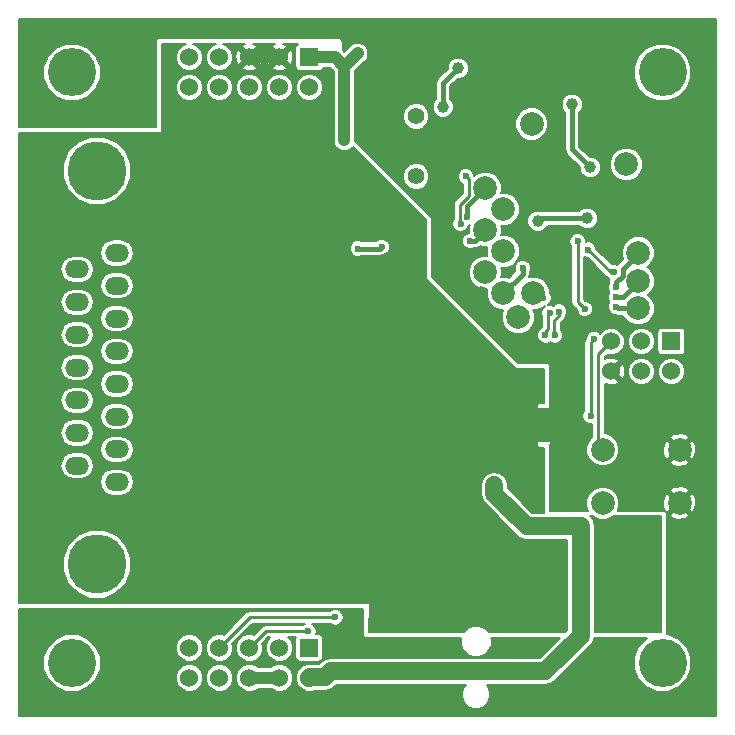
<source format=gbr>
G04 #@! TF.FileFunction,Copper,L2,Bot,Signal*
%FSLAX46Y46*%
G04 Gerber Fmt 4.6, Leading zero omitted, Abs format (unit mm)*
G04 Created by KiCad (PCBNEW 4.0.4-1.fc24-product) date Wed May 17 10:51:01 2017*
%MOMM*%
%LPD*%
G01*
G04 APERTURE LIST*
%ADD10C,0.100000*%
%ADD11C,5.001260*%
%ADD12O,1.998980X1.501140*%
%ADD13R,1.524000X1.524000*%
%ADD14C,1.524000*%
%ADD15C,1.422400*%
%ADD16C,4.064000*%
%ADD17C,1.998980*%
%ADD18R,1.600000X3.000000*%
%ADD19C,2.000000*%
%ADD20C,1.000000*%
%ADD21C,1.300000*%
%ADD22C,0.600000*%
%ADD23C,0.400000*%
%ADD24C,1.000000*%
%ADD25C,1.500000*%
%ADD26C,0.300000*%
%ADD27C,0.250000*%
%ADD28C,0.200000*%
G04 APERTURE END LIST*
D10*
D11*
X77112000Y-116662400D03*
D12*
X78783320Y-104155440D03*
X78783320Y-106924040D03*
X78783320Y-109695180D03*
X78783320Y-101384300D03*
X78783320Y-98615700D03*
X75440680Y-108310880D03*
X78783320Y-90304820D03*
X78783320Y-93075960D03*
X78783320Y-95844560D03*
D11*
X77112000Y-83337600D03*
D12*
X75440680Y-105539740D03*
X75440680Y-102771140D03*
X75440680Y-100000000D03*
X75440680Y-97228860D03*
X75440680Y-94460260D03*
X75440680Y-91689120D03*
D13*
X95080000Y-123730000D03*
D14*
X95080000Y-126270000D03*
X92540000Y-123730000D03*
X92540000Y-126270000D03*
X90000000Y-123730000D03*
X90000000Y-126270000D03*
X87460000Y-123730000D03*
X87460000Y-126270000D03*
X84920000Y-123730000D03*
X84920000Y-126270000D03*
D13*
X95080000Y-73730000D03*
D14*
X95080000Y-76270000D03*
X92540000Y-73730000D03*
X92540000Y-76270000D03*
X90000000Y-73730000D03*
X90000000Y-76270000D03*
X87460000Y-73730000D03*
X87460000Y-76270000D03*
X84920000Y-73730000D03*
X84920000Y-76270000D03*
D15*
X104140000Y-83820000D03*
X104140000Y-78740000D03*
D16*
X75000000Y-75000000D03*
X75000000Y-125000000D03*
X125000000Y-125000000D03*
X125000000Y-75000000D03*
D13*
X125730000Y-97790000D03*
D14*
X125730000Y-100330000D03*
X123190000Y-97790000D03*
X123190000Y-100330000D03*
X120650000Y-97790000D03*
X120650000Y-100330000D03*
D17*
X119938800Y-111470440D03*
X126441200Y-106969560D03*
X119938800Y-106969560D03*
X126441200Y-111470440D03*
D18*
X114300000Y-104902000D03*
X115570000Y-104902000D03*
D19*
X122936000Y-94996000D03*
X122936000Y-92710000D03*
X109982000Y-84836000D03*
X111506000Y-86614000D03*
X109982000Y-88392000D03*
X111506000Y-90170000D03*
X111506000Y-93726000D03*
X109982000Y-91948000D03*
X112776000Y-95758000D03*
X114046000Y-93726000D03*
X122936000Y-90297000D03*
X121920000Y-82804000D03*
X113919000Y-79375000D03*
D20*
X92202000Y-84074000D03*
X84455000Y-78359000D03*
X88138000Y-80656020D03*
X109220000Y-120142000D03*
D21*
X114300000Y-111251978D03*
X120904000Y-115316000D03*
X120142000Y-121666000D03*
D20*
X102108000Y-117856000D03*
X112522000Y-103632000D03*
X104394000Y-111760000D03*
X100838000Y-119380000D03*
X103886000Y-102870000D03*
X89154000Y-107950000D03*
X86360000Y-93726000D03*
X97282000Y-90932000D03*
X106680000Y-98298000D03*
X96012000Y-99314000D03*
X88646000Y-99314000D03*
X84074000Y-113792000D03*
X88646000Y-117094000D03*
X94234000Y-117094000D03*
X72898000Y-113792000D03*
X72898000Y-87376000D03*
X83058000Y-87376000D03*
X104394000Y-108458000D03*
X92456000Y-99314000D03*
X102997000Y-105791000D03*
X96520000Y-111887000D03*
X96520000Y-95377000D03*
X103124000Y-87756996D03*
X104394000Y-89027000D03*
D22*
X101219000Y-89789000D03*
X99187000Y-89917502D03*
D20*
X99187000Y-73406004D03*
X110744000Y-109982000D03*
D21*
X118084089Y-113419931D03*
D20*
X98044000Y-80772000D03*
X126111000Y-93472000D03*
X117438958Y-95324542D03*
X109599736Y-93604477D03*
X109474000Y-74676000D03*
X109474000Y-73406000D03*
X100076000Y-78486000D03*
X117094000Y-97790000D03*
X117094000Y-84582000D03*
X113284000Y-85852000D03*
X114808000Y-90170000D03*
X112208054Y-76005947D03*
X109224999Y-79748180D03*
X121920000Y-78232000D03*
X119634000Y-84836000D03*
X121158000Y-80264000D03*
X106700000Y-90900000D03*
X106426000Y-77939980D03*
X107696000Y-74676000D03*
X114438020Y-87600000D03*
X118618000Y-87375994D03*
X117348000Y-77724000D03*
X118872000Y-83058000D03*
D22*
X118393012Y-95024867D03*
X117800002Y-89300000D03*
X120842966Y-91939312D03*
X118691954Y-90008044D03*
X94994958Y-122323087D03*
X97278750Y-121154750D03*
X119179455Y-97620545D03*
X118900000Y-104100000D03*
X115438975Y-95364989D03*
X115062000Y-97282000D03*
X116233384Y-95270470D03*
X115862013Y-97282000D03*
X108331008Y-83820000D03*
X107882763Y-87804987D03*
X121029192Y-94844770D03*
X121044125Y-94044897D03*
X108458000Y-87249000D03*
X111147002Y-86995000D03*
X108712000Y-89281000D03*
X111125000Y-90297000D03*
X113157000Y-91567000D03*
X109855000Y-91694000D03*
X113284000Y-96000382D03*
X114896709Y-94098341D03*
X121031000Y-93218000D03*
X121666000Y-82169000D03*
X113919000Y-79502000D03*
D23*
X91702001Y-83574001D02*
X92202000Y-84074000D01*
X89571826Y-81443826D02*
X91702001Y-83574001D01*
X89571826Y-80369730D02*
X89571826Y-81443826D01*
X85162106Y-78359000D02*
X84455000Y-78359000D01*
X85840980Y-78359000D02*
X85162106Y-78359000D01*
X88138000Y-80656020D02*
X85840980Y-78359000D01*
X89571826Y-80369730D02*
X89285536Y-80656020D01*
X89285536Y-80656020D02*
X88845106Y-80656020D01*
X88845106Y-80656020D02*
X88138000Y-80656020D01*
D24*
X89662000Y-80518000D02*
X89571826Y-80427826D01*
X89571826Y-80427826D02*
X89571826Y-80369730D01*
X92540000Y-73730000D02*
X90000000Y-73730000D01*
D25*
X102108000Y-117856000D02*
X106934000Y-117856000D01*
X106934000Y-117856000D02*
X109220000Y-120142000D01*
D24*
X90000000Y-126270000D02*
X92540000Y-126270000D01*
X104394000Y-108458000D02*
X104394000Y-111760000D01*
X94234000Y-117094000D02*
X98552000Y-117094000D01*
X98552000Y-117094000D02*
X100838000Y-119380000D01*
X104394000Y-108458000D02*
X104394000Y-103378000D01*
X104394000Y-103378000D02*
X103886000Y-102870000D01*
X92456000Y-99314000D02*
X92456000Y-104648000D01*
X92456000Y-104648000D02*
X89154000Y-107950000D01*
X81280000Y-93726000D02*
X81280000Y-104902000D01*
X83058000Y-87376000D02*
X83058000Y-91948000D01*
X83058000Y-91948000D02*
X81280000Y-93726000D01*
X87376000Y-91694000D02*
X83058000Y-87376000D01*
X91059000Y-95377000D02*
X87376000Y-91694000D01*
X87376000Y-91694000D02*
X87376000Y-92710000D01*
X87376000Y-92710000D02*
X86360000Y-93726000D01*
X96520000Y-95377000D02*
X96520000Y-91694000D01*
X96520000Y-91694000D02*
X97282000Y-90932000D01*
X102997000Y-105791000D02*
X102997000Y-101981000D01*
X102997000Y-101981000D02*
X106680000Y-98298000D01*
X92456000Y-99314000D02*
X96012000Y-99314000D01*
X92456000Y-99314000D02*
X88646000Y-99314000D01*
X88646000Y-117094000D02*
X87376000Y-117094000D01*
X87376000Y-117094000D02*
X84074000Y-113792000D01*
X94234000Y-117094000D02*
X88646000Y-117094000D01*
X96520000Y-111887000D02*
X96520000Y-114808000D01*
X96520000Y-114808000D02*
X94234000Y-117094000D01*
X72898000Y-87376000D02*
X72898000Y-113792000D01*
X83058000Y-87376000D02*
X72898000Y-87376000D01*
X96520000Y-95377000D02*
X91059000Y-95377000D01*
X102997000Y-105791000D02*
X102997000Y-107061000D01*
X102997000Y-107061000D02*
X104394000Y-108458000D01*
X96520000Y-95377000D02*
X96393000Y-95377000D01*
X96393000Y-95377000D02*
X92456000Y-99314000D01*
D23*
X101090498Y-89917502D02*
X101219000Y-89789000D01*
X99187000Y-89917502D02*
X101090498Y-89917502D01*
D24*
X98044000Y-74549004D02*
X97224996Y-73730000D01*
X97224996Y-73730000D02*
X95080000Y-73730000D01*
D25*
X118084089Y-113419931D02*
X118084089Y-122707911D01*
X118084089Y-122707911D02*
X115062000Y-125730000D01*
X115062000Y-125730000D02*
X96901000Y-125730000D01*
X96901000Y-125730000D02*
X96393000Y-126238000D01*
X96393000Y-126238000D02*
X95112000Y-126238000D01*
X95112000Y-126238000D02*
X95080000Y-126270000D01*
D24*
X98687001Y-73906003D02*
X99187000Y-73406004D01*
X98044000Y-80772000D02*
X98044000Y-74549004D01*
X98044000Y-74549004D02*
X98687001Y-73906003D01*
D25*
X118084089Y-113419931D02*
X113474825Y-113419931D01*
X113474825Y-113419931D02*
X110744000Y-110689106D01*
X110744000Y-110689106D02*
X110744000Y-109982000D01*
D23*
X121920000Y-97340238D02*
X120404303Y-95824541D01*
X120650000Y-100330000D02*
X121920000Y-99060000D01*
X114808000Y-90170000D02*
X116938959Y-92300959D01*
X120404303Y-95824541D02*
X117938957Y-95824541D01*
X121920000Y-99060000D02*
X121920000Y-97340238D01*
X117938957Y-95824541D02*
X117438958Y-95324542D01*
X116938959Y-94824543D02*
X117438958Y-95324542D01*
X116938959Y-92300959D02*
X116938959Y-94824543D01*
D26*
X109474000Y-73406000D02*
X109474000Y-74676000D01*
D23*
X106986073Y-81280000D02*
X102870000Y-81280000D01*
X102870000Y-81280000D02*
X100076000Y-78486000D01*
X109224999Y-79748180D02*
X108517893Y-79748180D01*
X108517893Y-79748180D02*
X106986073Y-81280000D01*
X115570000Y-104902000D02*
X115570000Y-99314000D01*
X115570000Y-99314000D02*
X117094000Y-97790000D01*
X113284000Y-85852000D02*
X114554000Y-84582000D01*
X114554000Y-84582000D02*
X117094000Y-84582000D01*
X114808000Y-90170000D02*
X113284000Y-88646000D01*
X113284000Y-88646000D02*
X113284000Y-85852000D01*
X106426000Y-77232874D02*
X106426000Y-77939980D01*
X106426000Y-75946000D02*
X106426000Y-77232874D01*
X107696000Y-74676000D02*
X106426000Y-75946000D01*
X118618000Y-87375994D02*
X114662026Y-87375994D01*
X114662026Y-87375994D02*
X114438020Y-87600000D01*
X118872000Y-83058000D02*
X117348000Y-81534000D01*
X117348000Y-81534000D02*
X117348000Y-77724000D01*
D27*
X118093013Y-94724868D02*
X118393012Y-95024867D01*
X117800002Y-94431857D02*
X118093013Y-94724868D01*
X117800002Y-89300000D02*
X117800002Y-94431857D01*
X120623222Y-91939312D02*
X120842966Y-91939312D01*
X118691954Y-90008044D02*
X120623222Y-91939312D01*
X91406913Y-122323087D02*
X94570694Y-122323087D01*
X90000000Y-123730000D02*
X91406913Y-122323087D01*
X94570694Y-122323087D02*
X94994958Y-122323087D01*
X87460000Y-123730000D02*
X90035250Y-121154750D01*
X90035250Y-121154750D02*
X96854486Y-121154750D01*
X96854486Y-121154750D02*
X97278750Y-121154750D01*
X118900000Y-97900000D02*
X119179455Y-97620545D01*
X118900000Y-104100000D02*
X118900000Y-97900000D01*
X115062000Y-97282000D02*
X115062000Y-97028000D01*
X115062000Y-97028000D02*
X115316000Y-96774000D01*
X115316000Y-96774000D02*
X115316000Y-95487964D01*
X115316000Y-95487964D02*
X115438975Y-95364989D01*
X115862013Y-97282000D02*
X115824000Y-97243987D01*
X115824000Y-97243987D02*
X115824000Y-96012000D01*
X115824000Y-96012000D02*
X116233384Y-95602616D01*
X116233384Y-95602616D02*
X116233384Y-95270470D01*
X107882763Y-87804987D02*
X107823000Y-87745224D01*
X108585000Y-84073992D02*
X108331008Y-83820000D01*
X107823000Y-87745224D02*
X107823000Y-86233000D01*
X107823000Y-86233000D02*
X108585000Y-85471000D01*
X108585000Y-85471000D02*
X108585000Y-84073992D01*
X119938800Y-106969560D02*
X119923560Y-106969560D01*
X119923560Y-106969560D02*
X119562999Y-106608999D01*
X119562999Y-106608999D02*
X119562999Y-98877001D01*
X119562999Y-98877001D02*
X120650000Y-97790000D01*
D23*
X122936000Y-94996000D02*
X121180422Y-94996000D01*
X121180422Y-94996000D02*
X121029192Y-94844770D01*
X121601103Y-94044897D02*
X121468389Y-94044897D01*
X122936000Y-92710000D02*
X121601103Y-94044897D01*
X121468389Y-94044897D02*
X121044125Y-94044897D01*
X108458000Y-87249000D02*
X108458000Y-86360000D01*
X108458000Y-86360000D02*
X109982000Y-84836000D01*
X108712000Y-89281000D02*
X109093000Y-89281000D01*
X109093000Y-89281000D02*
X109982000Y-88392000D01*
X113157000Y-91567000D02*
X113157000Y-92075000D01*
X113157000Y-92075000D02*
X111506000Y-93726000D01*
X121031000Y-92793736D02*
X121031000Y-93218000D01*
X121604006Y-91628994D02*
X121604006Y-92220730D01*
X122936000Y-90297000D02*
X121604006Y-91628994D01*
X121604006Y-92220730D02*
X121031000Y-92793736D01*
D28*
G36*
X84262640Y-72744330D02*
X83935479Y-73070920D01*
X83758202Y-73497850D01*
X83757799Y-73960122D01*
X83934330Y-74387360D01*
X84260920Y-74714521D01*
X84687850Y-74891798D01*
X85150122Y-74892201D01*
X85577360Y-74715670D01*
X85904521Y-74389080D01*
X86081798Y-73962150D01*
X86082201Y-73499878D01*
X85905670Y-73072640D01*
X85579080Y-72745479D01*
X85228728Y-72600000D01*
X87151946Y-72600000D01*
X86802640Y-72744330D01*
X86475479Y-73070920D01*
X86298202Y-73497850D01*
X86297799Y-73960122D01*
X86474330Y-74387360D01*
X86800920Y-74714521D01*
X87227850Y-74891798D01*
X87690122Y-74892201D01*
X88117360Y-74715670D01*
X88235065Y-74598170D01*
X89349619Y-74598170D01*
X89434110Y-74770882D01*
X89875514Y-74908207D01*
X90335870Y-74866159D01*
X90565890Y-74770882D01*
X90650381Y-74598170D01*
X91889619Y-74598170D01*
X91974110Y-74770882D01*
X92415514Y-74908207D01*
X92875870Y-74866159D01*
X93105890Y-74770882D01*
X93190381Y-74598170D01*
X92540000Y-73947789D01*
X91889619Y-74598170D01*
X90650381Y-74598170D01*
X90000000Y-73947789D01*
X89349619Y-74598170D01*
X88235065Y-74598170D01*
X88444521Y-74389080D01*
X88621798Y-73962150D01*
X88622108Y-73605514D01*
X88821793Y-73605514D01*
X88863841Y-74065870D01*
X88959118Y-74295890D01*
X89131830Y-74380381D01*
X89782211Y-73730000D01*
X90217789Y-73730000D01*
X90868170Y-74380381D01*
X91040882Y-74295890D01*
X91178207Y-73854486D01*
X91155467Y-73605514D01*
X91361793Y-73605514D01*
X91403841Y-74065870D01*
X91499118Y-74295890D01*
X91671830Y-74380381D01*
X92322211Y-73730000D01*
X92757789Y-73730000D01*
X93408170Y-74380381D01*
X93580882Y-74295890D01*
X93718207Y-73854486D01*
X93676159Y-73394130D01*
X93580882Y-73164110D01*
X93408170Y-73079619D01*
X92757789Y-73730000D01*
X92322211Y-73730000D01*
X91671830Y-73079619D01*
X91499118Y-73164110D01*
X91361793Y-73605514D01*
X91155467Y-73605514D01*
X91136159Y-73394130D01*
X91040882Y-73164110D01*
X90868170Y-73079619D01*
X90217789Y-73730000D01*
X89782211Y-73730000D01*
X89131830Y-73079619D01*
X88959118Y-73164110D01*
X88821793Y-73605514D01*
X88622108Y-73605514D01*
X88622201Y-73499878D01*
X88445670Y-73072640D01*
X88119080Y-72745479D01*
X87768728Y-72600000D01*
X89649261Y-72600000D01*
X89434110Y-72689118D01*
X89349619Y-72861830D01*
X90000000Y-73512211D01*
X90650381Y-72861830D01*
X90565890Y-72689118D01*
X90279438Y-72600000D01*
X92189261Y-72600000D01*
X91974110Y-72689118D01*
X91889619Y-72861830D01*
X92540000Y-73512211D01*
X93190381Y-72861830D01*
X93105890Y-72689118D01*
X92819438Y-72600000D01*
X94151207Y-72600000D01*
X94033628Y-72675660D01*
X93942296Y-72809329D01*
X93910164Y-72968000D01*
X93910164Y-74492000D01*
X93938056Y-74640231D01*
X94025660Y-74776372D01*
X94159329Y-74867704D01*
X94318000Y-74899836D01*
X95842000Y-74899836D01*
X95990231Y-74871944D01*
X96126372Y-74784340D01*
X96217704Y-74650671D01*
X96221890Y-74630000D01*
X96852204Y-74630000D01*
X97144000Y-74921796D01*
X97144000Y-80771787D01*
X97143844Y-80950236D01*
X97280572Y-81281143D01*
X97533525Y-81534538D01*
X97699584Y-81603491D01*
X97699585Y-81603492D01*
X97699586Y-81603492D01*
X97864194Y-81671843D01*
X98222236Y-81672156D01*
X98553143Y-81535428D01*
X98764018Y-81324920D01*
X104980520Y-87541422D01*
X104980520Y-92500000D01*
X104988399Y-92538906D01*
X105009809Y-92570711D01*
X112509809Y-100070711D01*
X112542891Y-100092650D01*
X112580520Y-100100000D01*
X114970000Y-100100000D01*
X114970000Y-102994164D01*
X114770000Y-102994164D01*
X114621769Y-103022056D01*
X114485628Y-103109660D01*
X114394296Y-103243329D01*
X114362164Y-103402000D01*
X114362164Y-106402000D01*
X114390056Y-106550231D01*
X114477660Y-106686372D01*
X114611329Y-106777704D01*
X114770000Y-106809836D01*
X114980520Y-106809836D01*
X114980520Y-112269931D01*
X113951171Y-112269931D01*
X111894000Y-110212760D01*
X111894000Y-109982000D01*
X111806461Y-109541914D01*
X111557173Y-109168827D01*
X111184086Y-108919539D01*
X110744000Y-108832000D01*
X110303914Y-108919539D01*
X109930827Y-109168827D01*
X109681539Y-109541914D01*
X109594000Y-109982000D01*
X109594000Y-110689106D01*
X109681539Y-111129192D01*
X109930827Y-111502279D01*
X112661652Y-114233104D01*
X113034739Y-114482392D01*
X113474825Y-114569931D01*
X116934089Y-114569931D01*
X116934089Y-122231565D01*
X116765654Y-122400000D01*
X110268253Y-122400000D01*
X109957353Y-122088556D01*
X109479721Y-121890226D01*
X108962548Y-121889774D01*
X108484571Y-122087271D01*
X108171295Y-122400000D01*
X100103272Y-122400000D01*
X100180468Y-120003219D01*
X100173846Y-119964080D01*
X100152518Y-119930601D01*
X100119846Y-119908057D01*
X100080520Y-119900000D01*
X70475000Y-119900000D01*
X70475000Y-117236840D01*
X74210867Y-117236840D01*
X74651531Y-118303329D01*
X75466780Y-119120001D01*
X76532498Y-119562526D01*
X77686440Y-119563533D01*
X78752929Y-119122869D01*
X79569601Y-118307620D01*
X80012126Y-117241902D01*
X80013133Y-116087960D01*
X79572469Y-115021471D01*
X78757220Y-114204799D01*
X77691502Y-113762274D01*
X76537560Y-113761267D01*
X75471071Y-114201931D01*
X74654399Y-115017180D01*
X74211874Y-116082898D01*
X74210867Y-117236840D01*
X70475000Y-117236840D01*
X70475000Y-109695180D01*
X77356412Y-109695180D01*
X77443994Y-110135484D01*
X77693406Y-110508756D01*
X78066678Y-110758168D01*
X78506982Y-110845750D01*
X79059658Y-110845750D01*
X79499962Y-110758168D01*
X79873234Y-110508756D01*
X80122646Y-110135484D01*
X80210228Y-109695180D01*
X80122646Y-109254876D01*
X79873234Y-108881604D01*
X79499962Y-108632192D01*
X79059658Y-108544610D01*
X78506982Y-108544610D01*
X78066678Y-108632192D01*
X77693406Y-108881604D01*
X77443994Y-109254876D01*
X77356412Y-109695180D01*
X70475000Y-109695180D01*
X70475000Y-108310880D01*
X74013772Y-108310880D01*
X74101354Y-108751184D01*
X74350766Y-109124456D01*
X74724038Y-109373868D01*
X75164342Y-109461450D01*
X75717018Y-109461450D01*
X76157322Y-109373868D01*
X76530594Y-109124456D01*
X76780006Y-108751184D01*
X76867588Y-108310880D01*
X76780006Y-107870576D01*
X76530594Y-107497304D01*
X76157322Y-107247892D01*
X75717018Y-107160310D01*
X75164342Y-107160310D01*
X74724038Y-107247892D01*
X74350766Y-107497304D01*
X74101354Y-107870576D01*
X74013772Y-108310880D01*
X70475000Y-108310880D01*
X70475000Y-106924040D01*
X77356412Y-106924040D01*
X77443994Y-107364344D01*
X77693406Y-107737616D01*
X78066678Y-107987028D01*
X78506982Y-108074610D01*
X79059658Y-108074610D01*
X79499962Y-107987028D01*
X79873234Y-107737616D01*
X80122646Y-107364344D01*
X80210228Y-106924040D01*
X80122646Y-106483736D01*
X79873234Y-106110464D01*
X79499962Y-105861052D01*
X79059658Y-105773470D01*
X78506982Y-105773470D01*
X78066678Y-105861052D01*
X77693406Y-106110464D01*
X77443994Y-106483736D01*
X77356412Y-106924040D01*
X70475000Y-106924040D01*
X70475000Y-105539740D01*
X74013772Y-105539740D01*
X74101354Y-105980044D01*
X74350766Y-106353316D01*
X74724038Y-106602728D01*
X75164342Y-106690310D01*
X75717018Y-106690310D01*
X76157322Y-106602728D01*
X76530594Y-106353316D01*
X76780006Y-105980044D01*
X76867588Y-105539740D01*
X76780006Y-105099436D01*
X76530594Y-104726164D01*
X76157322Y-104476752D01*
X75717018Y-104389170D01*
X75164342Y-104389170D01*
X74724038Y-104476752D01*
X74350766Y-104726164D01*
X74101354Y-105099436D01*
X74013772Y-105539740D01*
X70475000Y-105539740D01*
X70475000Y-104155440D01*
X77356412Y-104155440D01*
X77443994Y-104595744D01*
X77693406Y-104969016D01*
X78066678Y-105218428D01*
X78506982Y-105306010D01*
X79059658Y-105306010D01*
X79499962Y-105218428D01*
X79873234Y-104969016D01*
X80122646Y-104595744D01*
X80210228Y-104155440D01*
X80122646Y-103715136D01*
X79873234Y-103341864D01*
X79499962Y-103092452D01*
X79059658Y-103004870D01*
X78506982Y-103004870D01*
X78066678Y-103092452D01*
X77693406Y-103341864D01*
X77443994Y-103715136D01*
X77356412Y-104155440D01*
X70475000Y-104155440D01*
X70475000Y-102771140D01*
X74013772Y-102771140D01*
X74101354Y-103211444D01*
X74350766Y-103584716D01*
X74724038Y-103834128D01*
X75164342Y-103921710D01*
X75717018Y-103921710D01*
X76157322Y-103834128D01*
X76530594Y-103584716D01*
X76780006Y-103211444D01*
X76867588Y-102771140D01*
X76780006Y-102330836D01*
X76530594Y-101957564D01*
X76157322Y-101708152D01*
X75717018Y-101620570D01*
X75164342Y-101620570D01*
X74724038Y-101708152D01*
X74350766Y-101957564D01*
X74101354Y-102330836D01*
X74013772Y-102771140D01*
X70475000Y-102771140D01*
X70475000Y-101384300D01*
X77356412Y-101384300D01*
X77443994Y-101824604D01*
X77693406Y-102197876D01*
X78066678Y-102447288D01*
X78506982Y-102534870D01*
X79059658Y-102534870D01*
X79499962Y-102447288D01*
X79873234Y-102197876D01*
X80122646Y-101824604D01*
X80210228Y-101384300D01*
X80122646Y-100943996D01*
X79873234Y-100570724D01*
X79499962Y-100321312D01*
X79059658Y-100233730D01*
X78506982Y-100233730D01*
X78066678Y-100321312D01*
X77693406Y-100570724D01*
X77443994Y-100943996D01*
X77356412Y-101384300D01*
X70475000Y-101384300D01*
X70475000Y-100000000D01*
X74013772Y-100000000D01*
X74101354Y-100440304D01*
X74350766Y-100813576D01*
X74724038Y-101062988D01*
X75164342Y-101150570D01*
X75717018Y-101150570D01*
X76157322Y-101062988D01*
X76530594Y-100813576D01*
X76780006Y-100440304D01*
X76867588Y-100000000D01*
X76780006Y-99559696D01*
X76530594Y-99186424D01*
X76157322Y-98937012D01*
X75717018Y-98849430D01*
X75164342Y-98849430D01*
X74724038Y-98937012D01*
X74350766Y-99186424D01*
X74101354Y-99559696D01*
X74013772Y-100000000D01*
X70475000Y-100000000D01*
X70475000Y-98615700D01*
X77356412Y-98615700D01*
X77443994Y-99056004D01*
X77693406Y-99429276D01*
X78066678Y-99678688D01*
X78506982Y-99766270D01*
X79059658Y-99766270D01*
X79499962Y-99678688D01*
X79873234Y-99429276D01*
X80122646Y-99056004D01*
X80210228Y-98615700D01*
X80122646Y-98175396D01*
X79873234Y-97802124D01*
X79499962Y-97552712D01*
X79059658Y-97465130D01*
X78506982Y-97465130D01*
X78066678Y-97552712D01*
X77693406Y-97802124D01*
X77443994Y-98175396D01*
X77356412Y-98615700D01*
X70475000Y-98615700D01*
X70475000Y-97228860D01*
X74013772Y-97228860D01*
X74101354Y-97669164D01*
X74350766Y-98042436D01*
X74724038Y-98291848D01*
X75164342Y-98379430D01*
X75717018Y-98379430D01*
X76157322Y-98291848D01*
X76530594Y-98042436D01*
X76780006Y-97669164D01*
X76867588Y-97228860D01*
X76780006Y-96788556D01*
X76530594Y-96415284D01*
X76157322Y-96165872D01*
X75717018Y-96078290D01*
X75164342Y-96078290D01*
X74724038Y-96165872D01*
X74350766Y-96415284D01*
X74101354Y-96788556D01*
X74013772Y-97228860D01*
X70475000Y-97228860D01*
X70475000Y-95844560D01*
X77356412Y-95844560D01*
X77443994Y-96284864D01*
X77693406Y-96658136D01*
X78066678Y-96907548D01*
X78506982Y-96995130D01*
X79059658Y-96995130D01*
X79499962Y-96907548D01*
X79873234Y-96658136D01*
X80122646Y-96284864D01*
X80210228Y-95844560D01*
X80122646Y-95404256D01*
X79873234Y-95030984D01*
X79499962Y-94781572D01*
X79059658Y-94693990D01*
X78506982Y-94693990D01*
X78066678Y-94781572D01*
X77693406Y-95030984D01*
X77443994Y-95404256D01*
X77356412Y-95844560D01*
X70475000Y-95844560D01*
X70475000Y-94460260D01*
X74013772Y-94460260D01*
X74101354Y-94900564D01*
X74350766Y-95273836D01*
X74724038Y-95523248D01*
X75164342Y-95610830D01*
X75717018Y-95610830D01*
X76157322Y-95523248D01*
X76530594Y-95273836D01*
X76780006Y-94900564D01*
X76867588Y-94460260D01*
X76780006Y-94019956D01*
X76530594Y-93646684D01*
X76157322Y-93397272D01*
X75717018Y-93309690D01*
X75164342Y-93309690D01*
X74724038Y-93397272D01*
X74350766Y-93646684D01*
X74101354Y-94019956D01*
X74013772Y-94460260D01*
X70475000Y-94460260D01*
X70475000Y-93075960D01*
X77356412Y-93075960D01*
X77443994Y-93516264D01*
X77693406Y-93889536D01*
X78066678Y-94138948D01*
X78506982Y-94226530D01*
X79059658Y-94226530D01*
X79499962Y-94138948D01*
X79873234Y-93889536D01*
X80122646Y-93516264D01*
X80210228Y-93075960D01*
X80122646Y-92635656D01*
X79873234Y-92262384D01*
X79499962Y-92012972D01*
X79059658Y-91925390D01*
X78506982Y-91925390D01*
X78066678Y-92012972D01*
X77693406Y-92262384D01*
X77443994Y-92635656D01*
X77356412Y-93075960D01*
X70475000Y-93075960D01*
X70475000Y-91689120D01*
X74013772Y-91689120D01*
X74101354Y-92129424D01*
X74350766Y-92502696D01*
X74724038Y-92752108D01*
X75164342Y-92839690D01*
X75717018Y-92839690D01*
X76157322Y-92752108D01*
X76530594Y-92502696D01*
X76780006Y-92129424D01*
X76867588Y-91689120D01*
X76780006Y-91248816D01*
X76530594Y-90875544D01*
X76157322Y-90626132D01*
X75717018Y-90538550D01*
X75164342Y-90538550D01*
X74724038Y-90626132D01*
X74350766Y-90875544D01*
X74101354Y-91248816D01*
X74013772Y-91689120D01*
X70475000Y-91689120D01*
X70475000Y-90304820D01*
X77356412Y-90304820D01*
X77443994Y-90745124D01*
X77693406Y-91118396D01*
X78066678Y-91367808D01*
X78506982Y-91455390D01*
X79059658Y-91455390D01*
X79499962Y-91367808D01*
X79873234Y-91118396D01*
X80122646Y-90745124D01*
X80210228Y-90304820D01*
X80160761Y-90056130D01*
X98486879Y-90056130D01*
X98593223Y-90313502D01*
X98789964Y-90510587D01*
X99047150Y-90617380D01*
X99325628Y-90617623D01*
X99567939Y-90517502D01*
X101090498Y-90517502D01*
X101233723Y-90489013D01*
X101357628Y-90489121D01*
X101615000Y-90382777D01*
X101812085Y-90186036D01*
X101918878Y-89928850D01*
X101919121Y-89650372D01*
X101812777Y-89393000D01*
X101616036Y-89195915D01*
X101358850Y-89089122D01*
X101080372Y-89088879D01*
X100823000Y-89195223D01*
X100700507Y-89317502D01*
X99567383Y-89317502D01*
X99326850Y-89217624D01*
X99048372Y-89217381D01*
X98791000Y-89323725D01*
X98593915Y-89520466D01*
X98487122Y-89777652D01*
X98486879Y-90056130D01*
X80160761Y-90056130D01*
X80122646Y-89864516D01*
X79873234Y-89491244D01*
X79499962Y-89241832D01*
X79059658Y-89154250D01*
X78506982Y-89154250D01*
X78066678Y-89241832D01*
X77693406Y-89491244D01*
X77443994Y-89864516D01*
X77356412Y-90304820D01*
X70475000Y-90304820D01*
X70475000Y-83912040D01*
X74210867Y-83912040D01*
X74651531Y-84978529D01*
X75466780Y-85795201D01*
X76532498Y-86237726D01*
X77686440Y-86238733D01*
X78752929Y-85798069D01*
X79569601Y-84982820D01*
X80012126Y-83917102D01*
X80013133Y-82763160D01*
X79572469Y-81696671D01*
X78757220Y-80879999D01*
X77691502Y-80437474D01*
X76537560Y-80436467D01*
X75471071Y-80877131D01*
X74654399Y-81692380D01*
X74211874Y-82758098D01*
X74210867Y-83912040D01*
X70475000Y-83912040D01*
X70475000Y-80100000D01*
X82500000Y-80100000D01*
X82538906Y-80092121D01*
X82571681Y-80069727D01*
X82593161Y-80036346D01*
X82600000Y-80000000D01*
X82600000Y-76500122D01*
X83757799Y-76500122D01*
X83934330Y-76927360D01*
X84260920Y-77254521D01*
X84687850Y-77431798D01*
X85150122Y-77432201D01*
X85577360Y-77255670D01*
X85904521Y-76929080D01*
X86081798Y-76502150D01*
X86081799Y-76500122D01*
X86297799Y-76500122D01*
X86474330Y-76927360D01*
X86800920Y-77254521D01*
X87227850Y-77431798D01*
X87690122Y-77432201D01*
X88117360Y-77255670D01*
X88444521Y-76929080D01*
X88621798Y-76502150D01*
X88621799Y-76500122D01*
X88837799Y-76500122D01*
X89014330Y-76927360D01*
X89340920Y-77254521D01*
X89767850Y-77431798D01*
X90230122Y-77432201D01*
X90657360Y-77255670D01*
X90984521Y-76929080D01*
X91161798Y-76502150D01*
X91161799Y-76500122D01*
X91377799Y-76500122D01*
X91554330Y-76927360D01*
X91880920Y-77254521D01*
X92307850Y-77431798D01*
X92770122Y-77432201D01*
X93197360Y-77255670D01*
X93524521Y-76929080D01*
X93701798Y-76502150D01*
X93701799Y-76500122D01*
X93917799Y-76500122D01*
X94094330Y-76927360D01*
X94420920Y-77254521D01*
X94847850Y-77431798D01*
X95310122Y-77432201D01*
X95737360Y-77255670D01*
X96064521Y-76929080D01*
X96241798Y-76502150D01*
X96242201Y-76039878D01*
X96065670Y-75612640D01*
X95739080Y-75285479D01*
X95312150Y-75108202D01*
X94849878Y-75107799D01*
X94422640Y-75284330D01*
X94095479Y-75610920D01*
X93918202Y-76037850D01*
X93917799Y-76500122D01*
X93701799Y-76500122D01*
X93702201Y-76039878D01*
X93525670Y-75612640D01*
X93199080Y-75285479D01*
X92772150Y-75108202D01*
X92309878Y-75107799D01*
X91882640Y-75284330D01*
X91555479Y-75610920D01*
X91378202Y-76037850D01*
X91377799Y-76500122D01*
X91161799Y-76500122D01*
X91162201Y-76039878D01*
X90985670Y-75612640D01*
X90659080Y-75285479D01*
X90232150Y-75108202D01*
X89769878Y-75107799D01*
X89342640Y-75284330D01*
X89015479Y-75610920D01*
X88838202Y-76037850D01*
X88837799Y-76500122D01*
X88621799Y-76500122D01*
X88622201Y-76039878D01*
X88445670Y-75612640D01*
X88119080Y-75285479D01*
X87692150Y-75108202D01*
X87229878Y-75107799D01*
X86802640Y-75284330D01*
X86475479Y-75610920D01*
X86298202Y-76037850D01*
X86297799Y-76500122D01*
X86081799Y-76500122D01*
X86082201Y-76039878D01*
X85905670Y-75612640D01*
X85579080Y-75285479D01*
X85152150Y-75108202D01*
X84689878Y-75107799D01*
X84262640Y-75284330D01*
X83935479Y-75610920D01*
X83758202Y-76037850D01*
X83757799Y-76500122D01*
X82600000Y-76500122D01*
X82600000Y-72600000D01*
X84611946Y-72600000D01*
X84262640Y-72744330D01*
X84262640Y-72744330D01*
G37*
X84262640Y-72744330D02*
X83935479Y-73070920D01*
X83758202Y-73497850D01*
X83757799Y-73960122D01*
X83934330Y-74387360D01*
X84260920Y-74714521D01*
X84687850Y-74891798D01*
X85150122Y-74892201D01*
X85577360Y-74715670D01*
X85904521Y-74389080D01*
X86081798Y-73962150D01*
X86082201Y-73499878D01*
X85905670Y-73072640D01*
X85579080Y-72745479D01*
X85228728Y-72600000D01*
X87151946Y-72600000D01*
X86802640Y-72744330D01*
X86475479Y-73070920D01*
X86298202Y-73497850D01*
X86297799Y-73960122D01*
X86474330Y-74387360D01*
X86800920Y-74714521D01*
X87227850Y-74891798D01*
X87690122Y-74892201D01*
X88117360Y-74715670D01*
X88235065Y-74598170D01*
X89349619Y-74598170D01*
X89434110Y-74770882D01*
X89875514Y-74908207D01*
X90335870Y-74866159D01*
X90565890Y-74770882D01*
X90650381Y-74598170D01*
X91889619Y-74598170D01*
X91974110Y-74770882D01*
X92415514Y-74908207D01*
X92875870Y-74866159D01*
X93105890Y-74770882D01*
X93190381Y-74598170D01*
X92540000Y-73947789D01*
X91889619Y-74598170D01*
X90650381Y-74598170D01*
X90000000Y-73947789D01*
X89349619Y-74598170D01*
X88235065Y-74598170D01*
X88444521Y-74389080D01*
X88621798Y-73962150D01*
X88622108Y-73605514D01*
X88821793Y-73605514D01*
X88863841Y-74065870D01*
X88959118Y-74295890D01*
X89131830Y-74380381D01*
X89782211Y-73730000D01*
X90217789Y-73730000D01*
X90868170Y-74380381D01*
X91040882Y-74295890D01*
X91178207Y-73854486D01*
X91155467Y-73605514D01*
X91361793Y-73605514D01*
X91403841Y-74065870D01*
X91499118Y-74295890D01*
X91671830Y-74380381D01*
X92322211Y-73730000D01*
X92757789Y-73730000D01*
X93408170Y-74380381D01*
X93580882Y-74295890D01*
X93718207Y-73854486D01*
X93676159Y-73394130D01*
X93580882Y-73164110D01*
X93408170Y-73079619D01*
X92757789Y-73730000D01*
X92322211Y-73730000D01*
X91671830Y-73079619D01*
X91499118Y-73164110D01*
X91361793Y-73605514D01*
X91155467Y-73605514D01*
X91136159Y-73394130D01*
X91040882Y-73164110D01*
X90868170Y-73079619D01*
X90217789Y-73730000D01*
X89782211Y-73730000D01*
X89131830Y-73079619D01*
X88959118Y-73164110D01*
X88821793Y-73605514D01*
X88622108Y-73605514D01*
X88622201Y-73499878D01*
X88445670Y-73072640D01*
X88119080Y-72745479D01*
X87768728Y-72600000D01*
X89649261Y-72600000D01*
X89434110Y-72689118D01*
X89349619Y-72861830D01*
X90000000Y-73512211D01*
X90650381Y-72861830D01*
X90565890Y-72689118D01*
X90279438Y-72600000D01*
X92189261Y-72600000D01*
X91974110Y-72689118D01*
X91889619Y-72861830D01*
X92540000Y-73512211D01*
X93190381Y-72861830D01*
X93105890Y-72689118D01*
X92819438Y-72600000D01*
X94151207Y-72600000D01*
X94033628Y-72675660D01*
X93942296Y-72809329D01*
X93910164Y-72968000D01*
X93910164Y-74492000D01*
X93938056Y-74640231D01*
X94025660Y-74776372D01*
X94159329Y-74867704D01*
X94318000Y-74899836D01*
X95842000Y-74899836D01*
X95990231Y-74871944D01*
X96126372Y-74784340D01*
X96217704Y-74650671D01*
X96221890Y-74630000D01*
X96852204Y-74630000D01*
X97144000Y-74921796D01*
X97144000Y-80771787D01*
X97143844Y-80950236D01*
X97280572Y-81281143D01*
X97533525Y-81534538D01*
X97699584Y-81603491D01*
X97699585Y-81603492D01*
X97699586Y-81603492D01*
X97864194Y-81671843D01*
X98222236Y-81672156D01*
X98553143Y-81535428D01*
X98764018Y-81324920D01*
X104980520Y-87541422D01*
X104980520Y-92500000D01*
X104988399Y-92538906D01*
X105009809Y-92570711D01*
X112509809Y-100070711D01*
X112542891Y-100092650D01*
X112580520Y-100100000D01*
X114970000Y-100100000D01*
X114970000Y-102994164D01*
X114770000Y-102994164D01*
X114621769Y-103022056D01*
X114485628Y-103109660D01*
X114394296Y-103243329D01*
X114362164Y-103402000D01*
X114362164Y-106402000D01*
X114390056Y-106550231D01*
X114477660Y-106686372D01*
X114611329Y-106777704D01*
X114770000Y-106809836D01*
X114980520Y-106809836D01*
X114980520Y-112269931D01*
X113951171Y-112269931D01*
X111894000Y-110212760D01*
X111894000Y-109982000D01*
X111806461Y-109541914D01*
X111557173Y-109168827D01*
X111184086Y-108919539D01*
X110744000Y-108832000D01*
X110303914Y-108919539D01*
X109930827Y-109168827D01*
X109681539Y-109541914D01*
X109594000Y-109982000D01*
X109594000Y-110689106D01*
X109681539Y-111129192D01*
X109930827Y-111502279D01*
X112661652Y-114233104D01*
X113034739Y-114482392D01*
X113474825Y-114569931D01*
X116934089Y-114569931D01*
X116934089Y-122231565D01*
X116765654Y-122400000D01*
X110268253Y-122400000D01*
X109957353Y-122088556D01*
X109479721Y-121890226D01*
X108962548Y-121889774D01*
X108484571Y-122087271D01*
X108171295Y-122400000D01*
X100103272Y-122400000D01*
X100180468Y-120003219D01*
X100173846Y-119964080D01*
X100152518Y-119930601D01*
X100119846Y-119908057D01*
X100080520Y-119900000D01*
X70475000Y-119900000D01*
X70475000Y-117236840D01*
X74210867Y-117236840D01*
X74651531Y-118303329D01*
X75466780Y-119120001D01*
X76532498Y-119562526D01*
X77686440Y-119563533D01*
X78752929Y-119122869D01*
X79569601Y-118307620D01*
X80012126Y-117241902D01*
X80013133Y-116087960D01*
X79572469Y-115021471D01*
X78757220Y-114204799D01*
X77691502Y-113762274D01*
X76537560Y-113761267D01*
X75471071Y-114201931D01*
X74654399Y-115017180D01*
X74211874Y-116082898D01*
X74210867Y-117236840D01*
X70475000Y-117236840D01*
X70475000Y-109695180D01*
X77356412Y-109695180D01*
X77443994Y-110135484D01*
X77693406Y-110508756D01*
X78066678Y-110758168D01*
X78506982Y-110845750D01*
X79059658Y-110845750D01*
X79499962Y-110758168D01*
X79873234Y-110508756D01*
X80122646Y-110135484D01*
X80210228Y-109695180D01*
X80122646Y-109254876D01*
X79873234Y-108881604D01*
X79499962Y-108632192D01*
X79059658Y-108544610D01*
X78506982Y-108544610D01*
X78066678Y-108632192D01*
X77693406Y-108881604D01*
X77443994Y-109254876D01*
X77356412Y-109695180D01*
X70475000Y-109695180D01*
X70475000Y-108310880D01*
X74013772Y-108310880D01*
X74101354Y-108751184D01*
X74350766Y-109124456D01*
X74724038Y-109373868D01*
X75164342Y-109461450D01*
X75717018Y-109461450D01*
X76157322Y-109373868D01*
X76530594Y-109124456D01*
X76780006Y-108751184D01*
X76867588Y-108310880D01*
X76780006Y-107870576D01*
X76530594Y-107497304D01*
X76157322Y-107247892D01*
X75717018Y-107160310D01*
X75164342Y-107160310D01*
X74724038Y-107247892D01*
X74350766Y-107497304D01*
X74101354Y-107870576D01*
X74013772Y-108310880D01*
X70475000Y-108310880D01*
X70475000Y-106924040D01*
X77356412Y-106924040D01*
X77443994Y-107364344D01*
X77693406Y-107737616D01*
X78066678Y-107987028D01*
X78506982Y-108074610D01*
X79059658Y-108074610D01*
X79499962Y-107987028D01*
X79873234Y-107737616D01*
X80122646Y-107364344D01*
X80210228Y-106924040D01*
X80122646Y-106483736D01*
X79873234Y-106110464D01*
X79499962Y-105861052D01*
X79059658Y-105773470D01*
X78506982Y-105773470D01*
X78066678Y-105861052D01*
X77693406Y-106110464D01*
X77443994Y-106483736D01*
X77356412Y-106924040D01*
X70475000Y-106924040D01*
X70475000Y-105539740D01*
X74013772Y-105539740D01*
X74101354Y-105980044D01*
X74350766Y-106353316D01*
X74724038Y-106602728D01*
X75164342Y-106690310D01*
X75717018Y-106690310D01*
X76157322Y-106602728D01*
X76530594Y-106353316D01*
X76780006Y-105980044D01*
X76867588Y-105539740D01*
X76780006Y-105099436D01*
X76530594Y-104726164D01*
X76157322Y-104476752D01*
X75717018Y-104389170D01*
X75164342Y-104389170D01*
X74724038Y-104476752D01*
X74350766Y-104726164D01*
X74101354Y-105099436D01*
X74013772Y-105539740D01*
X70475000Y-105539740D01*
X70475000Y-104155440D01*
X77356412Y-104155440D01*
X77443994Y-104595744D01*
X77693406Y-104969016D01*
X78066678Y-105218428D01*
X78506982Y-105306010D01*
X79059658Y-105306010D01*
X79499962Y-105218428D01*
X79873234Y-104969016D01*
X80122646Y-104595744D01*
X80210228Y-104155440D01*
X80122646Y-103715136D01*
X79873234Y-103341864D01*
X79499962Y-103092452D01*
X79059658Y-103004870D01*
X78506982Y-103004870D01*
X78066678Y-103092452D01*
X77693406Y-103341864D01*
X77443994Y-103715136D01*
X77356412Y-104155440D01*
X70475000Y-104155440D01*
X70475000Y-102771140D01*
X74013772Y-102771140D01*
X74101354Y-103211444D01*
X74350766Y-103584716D01*
X74724038Y-103834128D01*
X75164342Y-103921710D01*
X75717018Y-103921710D01*
X76157322Y-103834128D01*
X76530594Y-103584716D01*
X76780006Y-103211444D01*
X76867588Y-102771140D01*
X76780006Y-102330836D01*
X76530594Y-101957564D01*
X76157322Y-101708152D01*
X75717018Y-101620570D01*
X75164342Y-101620570D01*
X74724038Y-101708152D01*
X74350766Y-101957564D01*
X74101354Y-102330836D01*
X74013772Y-102771140D01*
X70475000Y-102771140D01*
X70475000Y-101384300D01*
X77356412Y-101384300D01*
X77443994Y-101824604D01*
X77693406Y-102197876D01*
X78066678Y-102447288D01*
X78506982Y-102534870D01*
X79059658Y-102534870D01*
X79499962Y-102447288D01*
X79873234Y-102197876D01*
X80122646Y-101824604D01*
X80210228Y-101384300D01*
X80122646Y-100943996D01*
X79873234Y-100570724D01*
X79499962Y-100321312D01*
X79059658Y-100233730D01*
X78506982Y-100233730D01*
X78066678Y-100321312D01*
X77693406Y-100570724D01*
X77443994Y-100943996D01*
X77356412Y-101384300D01*
X70475000Y-101384300D01*
X70475000Y-100000000D01*
X74013772Y-100000000D01*
X74101354Y-100440304D01*
X74350766Y-100813576D01*
X74724038Y-101062988D01*
X75164342Y-101150570D01*
X75717018Y-101150570D01*
X76157322Y-101062988D01*
X76530594Y-100813576D01*
X76780006Y-100440304D01*
X76867588Y-100000000D01*
X76780006Y-99559696D01*
X76530594Y-99186424D01*
X76157322Y-98937012D01*
X75717018Y-98849430D01*
X75164342Y-98849430D01*
X74724038Y-98937012D01*
X74350766Y-99186424D01*
X74101354Y-99559696D01*
X74013772Y-100000000D01*
X70475000Y-100000000D01*
X70475000Y-98615700D01*
X77356412Y-98615700D01*
X77443994Y-99056004D01*
X77693406Y-99429276D01*
X78066678Y-99678688D01*
X78506982Y-99766270D01*
X79059658Y-99766270D01*
X79499962Y-99678688D01*
X79873234Y-99429276D01*
X80122646Y-99056004D01*
X80210228Y-98615700D01*
X80122646Y-98175396D01*
X79873234Y-97802124D01*
X79499962Y-97552712D01*
X79059658Y-97465130D01*
X78506982Y-97465130D01*
X78066678Y-97552712D01*
X77693406Y-97802124D01*
X77443994Y-98175396D01*
X77356412Y-98615700D01*
X70475000Y-98615700D01*
X70475000Y-97228860D01*
X74013772Y-97228860D01*
X74101354Y-97669164D01*
X74350766Y-98042436D01*
X74724038Y-98291848D01*
X75164342Y-98379430D01*
X75717018Y-98379430D01*
X76157322Y-98291848D01*
X76530594Y-98042436D01*
X76780006Y-97669164D01*
X76867588Y-97228860D01*
X76780006Y-96788556D01*
X76530594Y-96415284D01*
X76157322Y-96165872D01*
X75717018Y-96078290D01*
X75164342Y-96078290D01*
X74724038Y-96165872D01*
X74350766Y-96415284D01*
X74101354Y-96788556D01*
X74013772Y-97228860D01*
X70475000Y-97228860D01*
X70475000Y-95844560D01*
X77356412Y-95844560D01*
X77443994Y-96284864D01*
X77693406Y-96658136D01*
X78066678Y-96907548D01*
X78506982Y-96995130D01*
X79059658Y-96995130D01*
X79499962Y-96907548D01*
X79873234Y-96658136D01*
X80122646Y-96284864D01*
X80210228Y-95844560D01*
X80122646Y-95404256D01*
X79873234Y-95030984D01*
X79499962Y-94781572D01*
X79059658Y-94693990D01*
X78506982Y-94693990D01*
X78066678Y-94781572D01*
X77693406Y-95030984D01*
X77443994Y-95404256D01*
X77356412Y-95844560D01*
X70475000Y-95844560D01*
X70475000Y-94460260D01*
X74013772Y-94460260D01*
X74101354Y-94900564D01*
X74350766Y-95273836D01*
X74724038Y-95523248D01*
X75164342Y-95610830D01*
X75717018Y-95610830D01*
X76157322Y-95523248D01*
X76530594Y-95273836D01*
X76780006Y-94900564D01*
X76867588Y-94460260D01*
X76780006Y-94019956D01*
X76530594Y-93646684D01*
X76157322Y-93397272D01*
X75717018Y-93309690D01*
X75164342Y-93309690D01*
X74724038Y-93397272D01*
X74350766Y-93646684D01*
X74101354Y-94019956D01*
X74013772Y-94460260D01*
X70475000Y-94460260D01*
X70475000Y-93075960D01*
X77356412Y-93075960D01*
X77443994Y-93516264D01*
X77693406Y-93889536D01*
X78066678Y-94138948D01*
X78506982Y-94226530D01*
X79059658Y-94226530D01*
X79499962Y-94138948D01*
X79873234Y-93889536D01*
X80122646Y-93516264D01*
X80210228Y-93075960D01*
X80122646Y-92635656D01*
X79873234Y-92262384D01*
X79499962Y-92012972D01*
X79059658Y-91925390D01*
X78506982Y-91925390D01*
X78066678Y-92012972D01*
X77693406Y-92262384D01*
X77443994Y-92635656D01*
X77356412Y-93075960D01*
X70475000Y-93075960D01*
X70475000Y-91689120D01*
X74013772Y-91689120D01*
X74101354Y-92129424D01*
X74350766Y-92502696D01*
X74724038Y-92752108D01*
X75164342Y-92839690D01*
X75717018Y-92839690D01*
X76157322Y-92752108D01*
X76530594Y-92502696D01*
X76780006Y-92129424D01*
X76867588Y-91689120D01*
X76780006Y-91248816D01*
X76530594Y-90875544D01*
X76157322Y-90626132D01*
X75717018Y-90538550D01*
X75164342Y-90538550D01*
X74724038Y-90626132D01*
X74350766Y-90875544D01*
X74101354Y-91248816D01*
X74013772Y-91689120D01*
X70475000Y-91689120D01*
X70475000Y-90304820D01*
X77356412Y-90304820D01*
X77443994Y-90745124D01*
X77693406Y-91118396D01*
X78066678Y-91367808D01*
X78506982Y-91455390D01*
X79059658Y-91455390D01*
X79499962Y-91367808D01*
X79873234Y-91118396D01*
X80122646Y-90745124D01*
X80210228Y-90304820D01*
X80160761Y-90056130D01*
X98486879Y-90056130D01*
X98593223Y-90313502D01*
X98789964Y-90510587D01*
X99047150Y-90617380D01*
X99325628Y-90617623D01*
X99567939Y-90517502D01*
X101090498Y-90517502D01*
X101233723Y-90489013D01*
X101357628Y-90489121D01*
X101615000Y-90382777D01*
X101812085Y-90186036D01*
X101918878Y-89928850D01*
X101919121Y-89650372D01*
X101812777Y-89393000D01*
X101616036Y-89195915D01*
X101358850Y-89089122D01*
X101080372Y-89088879D01*
X100823000Y-89195223D01*
X100700507Y-89317502D01*
X99567383Y-89317502D01*
X99326850Y-89217624D01*
X99048372Y-89217381D01*
X98791000Y-89323725D01*
X98593915Y-89520466D01*
X98487122Y-89777652D01*
X98486879Y-90056130D01*
X80160761Y-90056130D01*
X80122646Y-89864516D01*
X79873234Y-89491244D01*
X79499962Y-89241832D01*
X79059658Y-89154250D01*
X78506982Y-89154250D01*
X78066678Y-89241832D01*
X77693406Y-89491244D01*
X77443994Y-89864516D01*
X77356412Y-90304820D01*
X70475000Y-90304820D01*
X70475000Y-83912040D01*
X74210867Y-83912040D01*
X74651531Y-84978529D01*
X75466780Y-85795201D01*
X76532498Y-86237726D01*
X77686440Y-86238733D01*
X78752929Y-85798069D01*
X79569601Y-84982820D01*
X80012126Y-83917102D01*
X80013133Y-82763160D01*
X79572469Y-81696671D01*
X78757220Y-80879999D01*
X77691502Y-80437474D01*
X76537560Y-80436467D01*
X75471071Y-80877131D01*
X74654399Y-81692380D01*
X74211874Y-82758098D01*
X74210867Y-83912040D01*
X70475000Y-83912040D01*
X70475000Y-80100000D01*
X82500000Y-80100000D01*
X82538906Y-80092121D01*
X82571681Y-80069727D01*
X82593161Y-80036346D01*
X82600000Y-80000000D01*
X82600000Y-76500122D01*
X83757799Y-76500122D01*
X83934330Y-76927360D01*
X84260920Y-77254521D01*
X84687850Y-77431798D01*
X85150122Y-77432201D01*
X85577360Y-77255670D01*
X85904521Y-76929080D01*
X86081798Y-76502150D01*
X86081799Y-76500122D01*
X86297799Y-76500122D01*
X86474330Y-76927360D01*
X86800920Y-77254521D01*
X87227850Y-77431798D01*
X87690122Y-77432201D01*
X88117360Y-77255670D01*
X88444521Y-76929080D01*
X88621798Y-76502150D01*
X88621799Y-76500122D01*
X88837799Y-76500122D01*
X89014330Y-76927360D01*
X89340920Y-77254521D01*
X89767850Y-77431798D01*
X90230122Y-77432201D01*
X90657360Y-77255670D01*
X90984521Y-76929080D01*
X91161798Y-76502150D01*
X91161799Y-76500122D01*
X91377799Y-76500122D01*
X91554330Y-76927360D01*
X91880920Y-77254521D01*
X92307850Y-77431798D01*
X92770122Y-77432201D01*
X93197360Y-77255670D01*
X93524521Y-76929080D01*
X93701798Y-76502150D01*
X93701799Y-76500122D01*
X93917799Y-76500122D01*
X94094330Y-76927360D01*
X94420920Y-77254521D01*
X94847850Y-77431798D01*
X95310122Y-77432201D01*
X95737360Y-77255670D01*
X96064521Y-76929080D01*
X96241798Y-76502150D01*
X96242201Y-76039878D01*
X96065670Y-75612640D01*
X95739080Y-75285479D01*
X95312150Y-75108202D01*
X94849878Y-75107799D01*
X94422640Y-75284330D01*
X94095479Y-75610920D01*
X93918202Y-76037850D01*
X93917799Y-76500122D01*
X93701799Y-76500122D01*
X93702201Y-76039878D01*
X93525670Y-75612640D01*
X93199080Y-75285479D01*
X92772150Y-75108202D01*
X92309878Y-75107799D01*
X91882640Y-75284330D01*
X91555479Y-75610920D01*
X91378202Y-76037850D01*
X91377799Y-76500122D01*
X91161799Y-76500122D01*
X91162201Y-76039878D01*
X90985670Y-75612640D01*
X90659080Y-75285479D01*
X90232150Y-75108202D01*
X89769878Y-75107799D01*
X89342640Y-75284330D01*
X89015479Y-75610920D01*
X88838202Y-76037850D01*
X88837799Y-76500122D01*
X88621799Y-76500122D01*
X88622201Y-76039878D01*
X88445670Y-75612640D01*
X88119080Y-75285479D01*
X87692150Y-75108202D01*
X87229878Y-75107799D01*
X86802640Y-75284330D01*
X86475479Y-75610920D01*
X86298202Y-76037850D01*
X86297799Y-76500122D01*
X86081799Y-76500122D01*
X86082201Y-76039878D01*
X85905670Y-75612640D01*
X85579080Y-75285479D01*
X85152150Y-75108202D01*
X84689878Y-75107799D01*
X84262640Y-75284330D01*
X83935479Y-75610920D01*
X83758202Y-76037850D01*
X83757799Y-76500122D01*
X82600000Y-76500122D01*
X82600000Y-72600000D01*
X84611946Y-72600000D01*
X84262640Y-72744330D01*
G36*
X119145017Y-112656178D02*
X119659203Y-112869687D01*
X120215955Y-112870173D01*
X120730512Y-112657562D01*
X120788175Y-112600000D01*
X124900000Y-112600000D01*
X124900000Y-122400000D01*
X119234089Y-122400000D01*
X119234089Y-113419931D01*
X119146550Y-112979845D01*
X118897262Y-112606758D01*
X118887148Y-112600000D01*
X119088937Y-112600000D01*
X119145017Y-112656178D01*
X119145017Y-112656178D01*
G37*
X119145017Y-112656178D02*
X119659203Y-112869687D01*
X120215955Y-112870173D01*
X120730512Y-112657562D01*
X120788175Y-112600000D01*
X124900000Y-112600000D01*
X124900000Y-122400000D01*
X119234089Y-122400000D01*
X119234089Y-113419931D01*
X119146550Y-112979845D01*
X118897262Y-112606758D01*
X118887148Y-112600000D01*
X119088937Y-112600000D01*
X119145017Y-112656178D01*
G36*
X129525000Y-129525000D02*
X70475000Y-129525000D01*
X70475000Y-125481632D01*
X72567578Y-125481632D01*
X72937048Y-126375818D01*
X73620584Y-127060547D01*
X74514123Y-127431577D01*
X75481632Y-127432422D01*
X76375818Y-127062952D01*
X76939630Y-126500122D01*
X83757799Y-126500122D01*
X83934330Y-126927360D01*
X84260920Y-127254521D01*
X84687850Y-127431798D01*
X85150122Y-127432201D01*
X85577360Y-127255670D01*
X85904521Y-126929080D01*
X86081798Y-126502150D01*
X86081799Y-126500122D01*
X86297799Y-126500122D01*
X86474330Y-126927360D01*
X86800920Y-127254521D01*
X87227850Y-127431798D01*
X87690122Y-127432201D01*
X88117360Y-127255670D01*
X88444521Y-126929080D01*
X88621798Y-126502150D01*
X88621799Y-126500122D01*
X88837799Y-126500122D01*
X89014330Y-126927360D01*
X89340920Y-127254521D01*
X89767850Y-127431798D01*
X90230122Y-127432201D01*
X90657360Y-127255670D01*
X90743180Y-127170000D01*
X91796547Y-127170000D01*
X91880920Y-127254521D01*
X92307850Y-127431798D01*
X92770122Y-127432201D01*
X93197360Y-127255670D01*
X93524521Y-126929080D01*
X93701798Y-126502150D01*
X93702201Y-126039878D01*
X93525670Y-125612640D01*
X93199080Y-125285479D01*
X92772150Y-125108202D01*
X92309878Y-125107799D01*
X91882640Y-125284330D01*
X91796820Y-125370000D01*
X90743453Y-125370000D01*
X90659080Y-125285479D01*
X90232150Y-125108202D01*
X89769878Y-125107799D01*
X89342640Y-125284330D01*
X89015479Y-125610920D01*
X88838202Y-126037850D01*
X88837799Y-126500122D01*
X88621799Y-126500122D01*
X88622201Y-126039878D01*
X88445670Y-125612640D01*
X88119080Y-125285479D01*
X87692150Y-125108202D01*
X87229878Y-125107799D01*
X86802640Y-125284330D01*
X86475479Y-125610920D01*
X86298202Y-126037850D01*
X86297799Y-126500122D01*
X86081799Y-126500122D01*
X86082201Y-126039878D01*
X85905670Y-125612640D01*
X85579080Y-125285479D01*
X85152150Y-125108202D01*
X84689878Y-125107799D01*
X84262640Y-125284330D01*
X83935479Y-125610920D01*
X83758202Y-126037850D01*
X83757799Y-126500122D01*
X76939630Y-126500122D01*
X77060547Y-126379416D01*
X77431577Y-125485877D01*
X77432422Y-124518368D01*
X77201760Y-123960122D01*
X83757799Y-123960122D01*
X83934330Y-124387360D01*
X84260920Y-124714521D01*
X84687850Y-124891798D01*
X85150122Y-124892201D01*
X85577360Y-124715670D01*
X85904521Y-124389080D01*
X86081798Y-123962150D01*
X86081799Y-123960122D01*
X86297799Y-123960122D01*
X86474330Y-124387360D01*
X86800920Y-124714521D01*
X87227850Y-124891798D01*
X87690122Y-124892201D01*
X88117360Y-124715670D01*
X88444521Y-124389080D01*
X88621798Y-123962150D01*
X88622201Y-123499878D01*
X88566760Y-123365702D01*
X90252712Y-121679750D01*
X94718902Y-121679750D01*
X94598958Y-121729310D01*
X94530061Y-121798087D01*
X91406913Y-121798087D01*
X91206004Y-121838050D01*
X91035682Y-121951856D01*
X90364415Y-122623123D01*
X90232150Y-122568202D01*
X89769878Y-122567799D01*
X89342640Y-122744330D01*
X89015479Y-123070920D01*
X88838202Y-123497850D01*
X88837799Y-123960122D01*
X89014330Y-124387360D01*
X89340920Y-124714521D01*
X89767850Y-124891798D01*
X90230122Y-124892201D01*
X90657360Y-124715670D01*
X90984521Y-124389080D01*
X91161798Y-123962150D01*
X91162201Y-123499878D01*
X91106760Y-123365702D01*
X91624375Y-122848087D01*
X91778702Y-122848087D01*
X91555479Y-123070920D01*
X91378202Y-123497850D01*
X91377799Y-123960122D01*
X91554330Y-124387360D01*
X91880920Y-124714521D01*
X92307850Y-124891798D01*
X92770122Y-124892201D01*
X93197360Y-124715670D01*
X93524521Y-124389080D01*
X93701798Y-123962150D01*
X93702201Y-123499878D01*
X93525670Y-123072640D01*
X93301509Y-122848087D01*
X93934447Y-122848087D01*
X93910164Y-122968000D01*
X93910164Y-124492000D01*
X93938056Y-124640231D01*
X94025660Y-124776372D01*
X94159329Y-124867704D01*
X94318000Y-124899836D01*
X95842000Y-124899836D01*
X95990231Y-124871944D01*
X96126372Y-124784340D01*
X96217704Y-124650671D01*
X96249836Y-124492000D01*
X96249836Y-122968000D01*
X96221944Y-122819769D01*
X96134340Y-122683628D01*
X96000671Y-122592296D01*
X95842000Y-122560164D01*
X95654464Y-122560164D01*
X95694836Y-122462937D01*
X95695079Y-122184459D01*
X95588735Y-121927087D01*
X95391994Y-121730002D01*
X95270974Y-121679750D01*
X96813748Y-121679750D01*
X96881714Y-121747835D01*
X97138900Y-121854628D01*
X97417378Y-121854871D01*
X97674750Y-121748527D01*
X97871835Y-121551786D01*
X97978628Y-121294600D01*
X97978871Y-121016122D01*
X97872527Y-120758750D01*
X97675786Y-120561665D01*
X97418600Y-120454872D01*
X97140122Y-120454629D01*
X96882750Y-120560973D01*
X96813853Y-120629750D01*
X90035250Y-120629750D01*
X89834341Y-120669713D01*
X89664019Y-120783519D01*
X87824415Y-122623123D01*
X87692150Y-122568202D01*
X87229878Y-122567799D01*
X86802640Y-122744330D01*
X86475479Y-123070920D01*
X86298202Y-123497850D01*
X86297799Y-123960122D01*
X86081799Y-123960122D01*
X86082201Y-123499878D01*
X85905670Y-123072640D01*
X85579080Y-122745479D01*
X85152150Y-122568202D01*
X84689878Y-122567799D01*
X84262640Y-122744330D01*
X83935479Y-123070920D01*
X83758202Y-123497850D01*
X83757799Y-123960122D01*
X77201760Y-123960122D01*
X77062952Y-123624182D01*
X76379416Y-122939453D01*
X75485877Y-122568423D01*
X74518368Y-122567578D01*
X73624182Y-122937048D01*
X72939453Y-123620584D01*
X72568423Y-124514123D01*
X72567578Y-125481632D01*
X70475000Y-125481632D01*
X70475000Y-120400000D01*
X99667429Y-120400000D01*
X99600207Y-122487123D01*
X99627356Y-122645383D01*
X99713277Y-122778908D01*
X99844378Y-122868486D01*
X100000000Y-122900000D01*
X107932799Y-122900000D01*
X107920226Y-122930279D01*
X107919774Y-123447452D01*
X108117271Y-123925429D01*
X108482647Y-124291444D01*
X108960279Y-124489774D01*
X109477452Y-124490226D01*
X109955429Y-124292729D01*
X110321444Y-123927353D01*
X110519774Y-123449721D01*
X110520226Y-122932548D01*
X110506777Y-122900000D01*
X116265654Y-122900000D01*
X114585654Y-124580000D01*
X96901000Y-124580000D01*
X96460914Y-124667539D01*
X96087827Y-124916827D01*
X96087825Y-124916830D01*
X95916655Y-125088000D01*
X95112000Y-125088000D01*
X95011755Y-125107940D01*
X94849878Y-125107799D01*
X94698950Y-125170161D01*
X94671914Y-125175539D01*
X94649194Y-125190720D01*
X94422640Y-125284330D01*
X94095479Y-125610920D01*
X93918202Y-126037850D01*
X93917799Y-126500122D01*
X94094330Y-126927360D01*
X94420920Y-127254521D01*
X94847850Y-127431798D01*
X95310122Y-127432201D01*
X95417097Y-127388000D01*
X96393000Y-127388000D01*
X96833086Y-127300461D01*
X97206173Y-127051173D01*
X97377346Y-126880000D01*
X108332876Y-126880000D01*
X108203283Y-127009367D01*
X108020209Y-127450258D01*
X108019793Y-127927647D01*
X108202097Y-128368857D01*
X108539367Y-128706717D01*
X108980258Y-128889791D01*
X109457647Y-128890207D01*
X109898857Y-128707903D01*
X110236717Y-128370633D01*
X110419791Y-127929742D01*
X110420207Y-127452353D01*
X110237903Y-127011143D01*
X110106989Y-126880000D01*
X115062000Y-126880000D01*
X115502086Y-126792461D01*
X115875173Y-126543173D01*
X118897262Y-123521084D01*
X119146550Y-123147997D01*
X119195880Y-122900000D01*
X123713845Y-122900000D01*
X123624182Y-122937048D01*
X122939453Y-123620584D01*
X122568423Y-124514123D01*
X122567578Y-125481632D01*
X122937048Y-126375818D01*
X123620584Y-127060547D01*
X124514123Y-127431577D01*
X125481632Y-127432422D01*
X126375818Y-127062952D01*
X127060547Y-126379416D01*
X127431577Y-125485877D01*
X127432422Y-124518368D01*
X127062952Y-123624182D01*
X126379416Y-122939453D01*
X125485877Y-122568423D01*
X125386162Y-122568336D01*
X125400000Y-122500000D01*
X125400000Y-112511259D01*
X125618169Y-112511259D01*
X125731973Y-112708609D01*
X126259786Y-112885768D01*
X126815218Y-112847456D01*
X127150427Y-112708609D01*
X127264231Y-112511259D01*
X126441200Y-111688229D01*
X125618169Y-112511259D01*
X125400000Y-112511259D01*
X125400000Y-112500000D01*
X125372644Y-112354617D01*
X125293718Y-112231963D01*
X125400381Y-112293471D01*
X126223411Y-111470440D01*
X126658989Y-111470440D01*
X127482019Y-112293471D01*
X127679369Y-112179667D01*
X127856528Y-111651854D01*
X127818216Y-111096422D01*
X127679369Y-110761213D01*
X127482019Y-110647409D01*
X126658989Y-111470440D01*
X126223411Y-111470440D01*
X125400381Y-110647409D01*
X125203031Y-110761213D01*
X125025872Y-111289026D01*
X125064184Y-111844458D01*
X125193926Y-112157686D01*
X125155622Y-112131514D01*
X125000000Y-112100000D01*
X121192729Y-112100000D01*
X121338047Y-111750037D01*
X121338533Y-111193285D01*
X121125922Y-110678728D01*
X120877250Y-110429621D01*
X125618169Y-110429621D01*
X126441200Y-111252651D01*
X127264231Y-110429621D01*
X127150427Y-110232271D01*
X126622614Y-110055112D01*
X126067182Y-110093424D01*
X125731973Y-110232271D01*
X125618169Y-110429621D01*
X120877250Y-110429621D01*
X120732583Y-110284702D01*
X120218397Y-110071193D01*
X119661645Y-110070707D01*
X119147088Y-110283318D01*
X118753062Y-110676657D01*
X118539553Y-111190843D01*
X118539067Y-111747595D01*
X118684678Y-112100000D01*
X115480520Y-112100000D01*
X115480520Y-106536889D01*
X115507836Y-106402000D01*
X115507836Y-104238628D01*
X118199879Y-104238628D01*
X118306223Y-104496000D01*
X118502964Y-104693085D01*
X118760150Y-104799878D01*
X119037999Y-104800120D01*
X119037999Y-105891337D01*
X118753062Y-106175777D01*
X118539553Y-106689963D01*
X118539067Y-107246715D01*
X118751678Y-107761272D01*
X119145017Y-108155298D01*
X119659203Y-108368807D01*
X120215955Y-108369293D01*
X120730512Y-108156682D01*
X120877070Y-108010379D01*
X125618169Y-108010379D01*
X125731973Y-108207729D01*
X126259786Y-108384888D01*
X126815218Y-108346576D01*
X127150427Y-108207729D01*
X127264231Y-108010379D01*
X126441200Y-107187349D01*
X125618169Y-108010379D01*
X120877070Y-108010379D01*
X121124538Y-107763343D01*
X121338047Y-107249157D01*
X121338449Y-106788146D01*
X125025872Y-106788146D01*
X125064184Y-107343578D01*
X125203031Y-107678787D01*
X125400381Y-107792591D01*
X126223411Y-106969560D01*
X126658989Y-106969560D01*
X127482019Y-107792591D01*
X127679369Y-107678787D01*
X127856528Y-107150974D01*
X127818216Y-106595542D01*
X127679369Y-106260333D01*
X127482019Y-106146529D01*
X126658989Y-106969560D01*
X126223411Y-106969560D01*
X125400381Y-106146529D01*
X125203031Y-106260333D01*
X125025872Y-106788146D01*
X121338449Y-106788146D01*
X121338533Y-106692405D01*
X121125922Y-106177848D01*
X120877250Y-105928741D01*
X125618169Y-105928741D01*
X126441200Y-106751771D01*
X127264231Y-105928741D01*
X127150427Y-105731391D01*
X126622614Y-105554232D01*
X126067182Y-105592544D01*
X125731973Y-105731391D01*
X125618169Y-105928741D01*
X120877250Y-105928741D01*
X120732583Y-105783822D01*
X120218397Y-105570313D01*
X120087999Y-105570199D01*
X120087999Y-101372092D01*
X120525514Y-101508207D01*
X120985870Y-101466159D01*
X121215890Y-101370882D01*
X121300381Y-101198170D01*
X120650000Y-100547789D01*
X120635858Y-100561931D01*
X120418069Y-100344142D01*
X120432211Y-100330000D01*
X120867789Y-100330000D01*
X121518170Y-100980381D01*
X121690882Y-100895890D01*
X121795342Y-100560122D01*
X122027799Y-100560122D01*
X122204330Y-100987360D01*
X122530920Y-101314521D01*
X122957850Y-101491798D01*
X123420122Y-101492201D01*
X123847360Y-101315670D01*
X124174521Y-100989080D01*
X124351798Y-100562150D01*
X124351799Y-100560122D01*
X124567799Y-100560122D01*
X124744330Y-100987360D01*
X125070920Y-101314521D01*
X125497850Y-101491798D01*
X125960122Y-101492201D01*
X126387360Y-101315670D01*
X126714521Y-100989080D01*
X126891798Y-100562150D01*
X126892201Y-100099878D01*
X126715670Y-99672640D01*
X126389080Y-99345479D01*
X125962150Y-99168202D01*
X125499878Y-99167799D01*
X125072640Y-99344330D01*
X124745479Y-99670920D01*
X124568202Y-100097850D01*
X124567799Y-100560122D01*
X124351799Y-100560122D01*
X124352201Y-100099878D01*
X124175670Y-99672640D01*
X123849080Y-99345479D01*
X123422150Y-99168202D01*
X122959878Y-99167799D01*
X122532640Y-99344330D01*
X122205479Y-99670920D01*
X122028202Y-100097850D01*
X122027799Y-100560122D01*
X121795342Y-100560122D01*
X121828207Y-100454486D01*
X121786159Y-99994130D01*
X121690882Y-99764110D01*
X121518170Y-99679619D01*
X120867789Y-100330000D01*
X120432211Y-100330000D01*
X120418069Y-100315858D01*
X120635858Y-100098069D01*
X120650000Y-100112211D01*
X121300381Y-99461830D01*
X121215890Y-99289118D01*
X120774486Y-99151793D01*
X120314130Y-99193841D01*
X120087999Y-99287507D01*
X120087999Y-99094463D01*
X120285585Y-98896877D01*
X120417850Y-98951798D01*
X120880122Y-98952201D01*
X121307360Y-98775670D01*
X121634521Y-98449080D01*
X121811798Y-98022150D01*
X121811799Y-98020122D01*
X122027799Y-98020122D01*
X122204330Y-98447360D01*
X122530920Y-98774521D01*
X122957850Y-98951798D01*
X123420122Y-98952201D01*
X123847360Y-98775670D01*
X124174521Y-98449080D01*
X124351798Y-98022150D01*
X124352201Y-97559878D01*
X124175670Y-97132640D01*
X124071213Y-97028000D01*
X124560164Y-97028000D01*
X124560164Y-98552000D01*
X124588056Y-98700231D01*
X124675660Y-98836372D01*
X124809329Y-98927704D01*
X124968000Y-98959836D01*
X126492000Y-98959836D01*
X126640231Y-98931944D01*
X126776372Y-98844340D01*
X126867704Y-98710671D01*
X126899836Y-98552000D01*
X126899836Y-97028000D01*
X126871944Y-96879769D01*
X126784340Y-96743628D01*
X126650671Y-96652296D01*
X126492000Y-96620164D01*
X124968000Y-96620164D01*
X124819769Y-96648056D01*
X124683628Y-96735660D01*
X124592296Y-96869329D01*
X124560164Y-97028000D01*
X124071213Y-97028000D01*
X123849080Y-96805479D01*
X123422150Y-96628202D01*
X122959878Y-96627799D01*
X122532640Y-96804330D01*
X122205479Y-97130920D01*
X122028202Y-97557850D01*
X122027799Y-98020122D01*
X121811799Y-98020122D01*
X121812201Y-97559878D01*
X121635670Y-97132640D01*
X121309080Y-96805479D01*
X120882150Y-96628202D01*
X120419878Y-96627799D01*
X119992640Y-96804330D01*
X119672637Y-97123774D01*
X119576491Y-97027460D01*
X119319305Y-96920667D01*
X119040827Y-96920424D01*
X118783455Y-97026768D01*
X118586370Y-97223509D01*
X118479577Y-97480695D01*
X118479471Y-97602549D01*
X118414963Y-97699091D01*
X118375000Y-97900000D01*
X118375000Y-103634998D01*
X118306915Y-103702964D01*
X118200122Y-103960150D01*
X118199879Y-104238628D01*
X115507836Y-104238628D01*
X115507836Y-103402000D01*
X115480520Y-103256830D01*
X115480520Y-100000000D01*
X115453164Y-99854617D01*
X115367243Y-99721092D01*
X115236142Y-99631514D01*
X115080520Y-99600000D01*
X112746206Y-99600000D01*
X105480520Y-92334314D01*
X105480520Y-87943615D01*
X107182642Y-87943615D01*
X107288986Y-88200987D01*
X107485727Y-88398072D01*
X107742913Y-88504865D01*
X108021391Y-88505108D01*
X108278763Y-88398764D01*
X108475848Y-88202023D01*
X108580868Y-87949107D01*
X108596628Y-87949121D01*
X108661055Y-87922500D01*
X108582243Y-88112301D01*
X108581834Y-88580886D01*
X108573372Y-88580879D01*
X108316000Y-88687223D01*
X108118915Y-88883964D01*
X108012122Y-89141150D01*
X108011879Y-89419628D01*
X108118223Y-89677000D01*
X108314964Y-89874085D01*
X108572150Y-89980878D01*
X108850628Y-89981121D01*
X109092939Y-89881000D01*
X109093000Y-89881000D01*
X109322610Y-89835328D01*
X109508349Y-89711221D01*
X109702301Y-89791757D01*
X110147001Y-89792145D01*
X110106243Y-89890301D01*
X110105757Y-90447256D01*
X110147443Y-90548143D01*
X109704744Y-90547757D01*
X109190000Y-90760445D01*
X108795830Y-91153928D01*
X108582243Y-91668301D01*
X108581757Y-92225256D01*
X108794445Y-92740000D01*
X109187928Y-93134170D01*
X109702301Y-93347757D01*
X110147001Y-93348145D01*
X110106243Y-93446301D01*
X110105757Y-94003256D01*
X110318445Y-94518000D01*
X110711928Y-94912170D01*
X111226301Y-95125757D01*
X111522525Y-95126015D01*
X111376243Y-95478301D01*
X111375757Y-96035256D01*
X111588445Y-96550000D01*
X111981928Y-96944170D01*
X112496301Y-97157757D01*
X113053256Y-97158243D01*
X113568000Y-96945555D01*
X113962170Y-96552072D01*
X114175757Y-96037699D01*
X114176243Y-95480744D01*
X114029660Y-95125987D01*
X114323256Y-95126243D01*
X114838000Y-94913555D01*
X114953366Y-94798390D01*
X115015695Y-94798445D01*
X114845890Y-94967953D01*
X114739097Y-95225139D01*
X114738854Y-95503617D01*
X114791000Y-95629820D01*
X114791000Y-96556538D01*
X114690769Y-96656769D01*
X114671183Y-96686081D01*
X114666000Y-96688223D01*
X114468915Y-96884964D01*
X114362122Y-97142150D01*
X114361879Y-97420628D01*
X114468223Y-97678000D01*
X114664964Y-97875085D01*
X114922150Y-97981878D01*
X115200628Y-97982121D01*
X115458000Y-97875777D01*
X115461841Y-97871943D01*
X115464977Y-97875085D01*
X115722163Y-97981878D01*
X116000641Y-97982121D01*
X116258013Y-97875777D01*
X116455098Y-97679036D01*
X116561891Y-97421850D01*
X116562134Y-97143372D01*
X116455790Y-96886000D01*
X116349000Y-96779023D01*
X116349000Y-96229462D01*
X116604615Y-95973847D01*
X116718421Y-95803525D01*
X116725410Y-95768389D01*
X116826469Y-95667506D01*
X116933262Y-95410320D01*
X116933505Y-95131842D01*
X116827161Y-94874470D01*
X116630420Y-94677385D01*
X116373234Y-94570592D01*
X116094756Y-94570349D01*
X115837384Y-94676693D01*
X115769622Y-94744337D01*
X115578825Y-94665111D01*
X115319989Y-94664885D01*
X115489794Y-94495377D01*
X115596587Y-94238191D01*
X115596830Y-93959713D01*
X115490486Y-93702341D01*
X115446061Y-93657838D01*
X115446243Y-93448744D01*
X115233555Y-92934000D01*
X114840072Y-92539830D01*
X114325699Y-92326243D01*
X113768744Y-92325757D01*
X113669912Y-92366594D01*
X113711328Y-92304610D01*
X113757000Y-92075000D01*
X113757000Y-91947383D01*
X113856878Y-91706850D01*
X113857121Y-91428372D01*
X113750777Y-91171000D01*
X113554036Y-90973915D01*
X113296850Y-90867122D01*
X113018372Y-90866879D01*
X112761000Y-90973223D01*
X112563915Y-91169964D01*
X112457122Y-91427150D01*
X112456879Y-91705628D01*
X112521485Y-91861987D01*
X111977561Y-92405911D01*
X111785699Y-92326243D01*
X111340999Y-92325855D01*
X111381757Y-92227699D01*
X111382243Y-91670744D01*
X111340557Y-91569857D01*
X111783256Y-91570243D01*
X112298000Y-91357555D01*
X112692170Y-90964072D01*
X112905757Y-90449699D01*
X112906243Y-89892744D01*
X112718606Y-89438628D01*
X117099881Y-89438628D01*
X117206225Y-89696000D01*
X117275002Y-89764897D01*
X117275002Y-94431857D01*
X117314965Y-94632766D01*
X117428771Y-94803088D01*
X117692975Y-95067292D01*
X117692891Y-95163495D01*
X117799235Y-95420867D01*
X117995976Y-95617952D01*
X118253162Y-95724745D01*
X118531640Y-95724988D01*
X118789012Y-95618644D01*
X118986097Y-95421903D01*
X119092890Y-95164717D01*
X119093133Y-94886239D01*
X118986789Y-94628867D01*
X118790048Y-94431782D01*
X118532862Y-94324989D01*
X118435511Y-94324904D01*
X118325002Y-94214395D01*
X118325002Y-90613621D01*
X118552104Y-90707922D01*
X118649455Y-90708007D01*
X120229775Y-92288327D01*
X120249189Y-92335312D01*
X120445930Y-92532397D01*
X120486591Y-92549281D01*
X120476672Y-92564126D01*
X120431000Y-92793736D01*
X120431000Y-92837617D01*
X120331122Y-93078150D01*
X120330879Y-93356628D01*
X120437223Y-93614000D01*
X120461050Y-93637869D01*
X120451040Y-93647861D01*
X120344247Y-93905047D01*
X120344004Y-94183525D01*
X120448189Y-94435673D01*
X120436107Y-94447734D01*
X120329314Y-94704920D01*
X120329071Y-94983398D01*
X120435415Y-95240770D01*
X120632156Y-95437855D01*
X120889342Y-95544648D01*
X120942381Y-95544694D01*
X120950812Y-95550328D01*
X121180422Y-95596000D01*
X121669112Y-95596000D01*
X121748445Y-95788000D01*
X122141928Y-96182170D01*
X122656301Y-96395757D01*
X123213256Y-96396243D01*
X123728000Y-96183555D01*
X124122170Y-95790072D01*
X124335757Y-95275699D01*
X124336243Y-94718744D01*
X124123555Y-94204000D01*
X123772900Y-93852733D01*
X124122170Y-93504072D01*
X124335757Y-92989699D01*
X124336243Y-92432744D01*
X124123555Y-91918000D01*
X123730072Y-91523830D01*
X123681630Y-91503715D01*
X123728000Y-91484555D01*
X124122170Y-91091072D01*
X124335757Y-90576699D01*
X124336243Y-90019744D01*
X124123555Y-89505000D01*
X123730072Y-89110830D01*
X123215699Y-88897243D01*
X122658744Y-88896757D01*
X122144000Y-89109445D01*
X121749830Y-89502928D01*
X121536243Y-90017301D01*
X121535757Y-90574256D01*
X121616004Y-90768468D01*
X121179742Y-91204730D01*
X121118819Y-91295907D01*
X120982816Y-91239434D01*
X120704338Y-91239191D01*
X120676900Y-91250528D01*
X119391991Y-89965619D01*
X119392075Y-89869416D01*
X119285731Y-89612044D01*
X119088990Y-89414959D01*
X118831804Y-89308166D01*
X118553326Y-89307923D01*
X118499976Y-89329967D01*
X118500123Y-89161372D01*
X118393779Y-88904000D01*
X118197038Y-88706915D01*
X117939852Y-88600122D01*
X117661374Y-88599879D01*
X117404002Y-88706223D01*
X117206917Y-88902964D01*
X117100124Y-89160150D01*
X117099881Y-89438628D01*
X112718606Y-89438628D01*
X112693555Y-89378000D01*
X112300072Y-88983830D01*
X111785699Y-88770243D01*
X111340999Y-88769855D01*
X111381757Y-88671699D01*
X111382243Y-88114744D01*
X111340557Y-88013857D01*
X111783256Y-88014243D01*
X112298000Y-87801555D01*
X112321359Y-87778236D01*
X113537864Y-87778236D01*
X113674592Y-88109143D01*
X113927545Y-88362538D01*
X114258214Y-88499843D01*
X114616256Y-88500156D01*
X114947163Y-88363428D01*
X115200558Y-88110475D01*
X115256399Y-87975994D01*
X117945271Y-87975994D01*
X118107525Y-88138532D01*
X118438194Y-88275837D01*
X118796236Y-88276150D01*
X119127143Y-88139422D01*
X119380538Y-87886469D01*
X119517843Y-87555800D01*
X119518156Y-87197758D01*
X119381428Y-86866851D01*
X119128475Y-86613456D01*
X118797806Y-86476151D01*
X118439764Y-86475838D01*
X118108857Y-86612566D01*
X117945143Y-86775994D01*
X114800463Y-86775994D01*
X114617826Y-86700157D01*
X114259784Y-86699844D01*
X113928877Y-86836572D01*
X113675482Y-87089525D01*
X113538177Y-87420194D01*
X113537864Y-87778236D01*
X112321359Y-87778236D01*
X112692170Y-87408072D01*
X112905757Y-86893699D01*
X112906243Y-86336744D01*
X112693555Y-85822000D01*
X112300072Y-85427830D01*
X111785699Y-85214243D01*
X111340999Y-85213855D01*
X111381757Y-85115699D01*
X111382243Y-84558744D01*
X111169555Y-84044000D01*
X110776072Y-83649830D01*
X110261699Y-83436243D01*
X109704744Y-83435757D01*
X109190000Y-83648445D01*
X109031019Y-83807149D01*
X109031129Y-83681372D01*
X108924785Y-83424000D01*
X108728044Y-83226915D01*
X108470858Y-83120122D01*
X108192380Y-83119879D01*
X107935008Y-83226223D01*
X107737923Y-83422964D01*
X107631130Y-83680150D01*
X107630887Y-83958628D01*
X107737231Y-84216000D01*
X107933972Y-84413085D01*
X108060000Y-84465416D01*
X108060000Y-85253538D01*
X107451769Y-85861769D01*
X107337963Y-86032091D01*
X107298000Y-86233000D01*
X107298000Y-87399644D01*
X107289678Y-87407951D01*
X107182885Y-87665137D01*
X107182642Y-87943615D01*
X105480520Y-87943615D01*
X105480520Y-87500000D01*
X105451120Y-87349483D01*
X105363363Y-87217157D01*
X102186268Y-84040062D01*
X103028607Y-84040062D01*
X103197421Y-84448622D01*
X103509734Y-84761480D01*
X103917999Y-84931007D01*
X104360062Y-84931393D01*
X104768622Y-84762579D01*
X105081480Y-84450266D01*
X105251007Y-84042001D01*
X105251393Y-83599938D01*
X105082579Y-83191378D01*
X104770266Y-82878520D01*
X104362001Y-82708993D01*
X103919938Y-82708607D01*
X103511378Y-82877421D01*
X103198520Y-83189734D01*
X103028993Y-83597999D01*
X103028607Y-84040062D01*
X102186268Y-84040062D01*
X98943978Y-80797772D01*
X98944156Y-80593764D01*
X98944000Y-80593386D01*
X98944000Y-78960062D01*
X103028607Y-78960062D01*
X103197421Y-79368622D01*
X103509734Y-79681480D01*
X103917999Y-79851007D01*
X104360062Y-79851393D01*
X104768622Y-79682579D01*
X104798997Y-79652256D01*
X112518757Y-79652256D01*
X112731445Y-80167000D01*
X113124928Y-80561170D01*
X113639301Y-80774757D01*
X114196256Y-80775243D01*
X114711000Y-80562555D01*
X115105170Y-80169072D01*
X115318757Y-79654699D01*
X115319243Y-79097744D01*
X115106555Y-78583000D01*
X114713072Y-78188830D01*
X114198699Y-77975243D01*
X113641744Y-77974757D01*
X113127000Y-78187445D01*
X112732830Y-78580928D01*
X112519243Y-79095301D01*
X112518757Y-79652256D01*
X104798997Y-79652256D01*
X105081480Y-79370266D01*
X105251007Y-78962001D01*
X105251393Y-78519938D01*
X105085405Y-78118216D01*
X105525844Y-78118216D01*
X105662572Y-78449123D01*
X105915525Y-78702518D01*
X106246194Y-78839823D01*
X106604236Y-78840136D01*
X106935143Y-78703408D01*
X107188538Y-78450455D01*
X107325843Y-78119786D01*
X107326033Y-77902236D01*
X116447844Y-77902236D01*
X116584572Y-78233143D01*
X116748000Y-78396857D01*
X116748000Y-81534000D01*
X116793672Y-81763610D01*
X116923736Y-81958264D01*
X117972045Y-83006573D01*
X117971844Y-83236236D01*
X118108572Y-83567143D01*
X118361525Y-83820538D01*
X118692194Y-83957843D01*
X119050236Y-83958156D01*
X119381143Y-83821428D01*
X119634538Y-83568475D01*
X119771843Y-83237806D01*
X119771979Y-83081256D01*
X120519757Y-83081256D01*
X120732445Y-83596000D01*
X121125928Y-83990170D01*
X121640301Y-84203757D01*
X122197256Y-84204243D01*
X122712000Y-83991555D01*
X123106170Y-83598072D01*
X123319757Y-83083699D01*
X123320243Y-82526744D01*
X123107555Y-82012000D01*
X122714072Y-81617830D01*
X122199699Y-81404243D01*
X121642744Y-81403757D01*
X121128000Y-81616445D01*
X120733830Y-82009928D01*
X120520243Y-82524301D01*
X120519757Y-83081256D01*
X119771979Y-83081256D01*
X119772156Y-82879764D01*
X119635428Y-82548857D01*
X119382475Y-82295462D01*
X119051806Y-82158157D01*
X118820483Y-82157955D01*
X117948000Y-81285472D01*
X117948000Y-78396729D01*
X118110538Y-78234475D01*
X118247843Y-77903806D01*
X118248156Y-77545764D01*
X118111428Y-77214857D01*
X117858475Y-76961462D01*
X117527806Y-76824157D01*
X117169764Y-76823844D01*
X116838857Y-76960572D01*
X116585462Y-77213525D01*
X116448157Y-77544194D01*
X116447844Y-77902236D01*
X107326033Y-77902236D01*
X107326156Y-77761744D01*
X107189428Y-77430837D01*
X107026000Y-77267123D01*
X107026000Y-76194528D01*
X107644573Y-75575955D01*
X107874236Y-75576156D01*
X108103001Y-75481632D01*
X122567578Y-75481632D01*
X122937048Y-76375818D01*
X123620584Y-77060547D01*
X124514123Y-77431577D01*
X125481632Y-77432422D01*
X126375818Y-77062952D01*
X127060547Y-76379416D01*
X127431577Y-75485877D01*
X127432422Y-74518368D01*
X127062952Y-73624182D01*
X126379416Y-72939453D01*
X125485877Y-72568423D01*
X124518368Y-72567578D01*
X123624182Y-72937048D01*
X122939453Y-73620584D01*
X122568423Y-74514123D01*
X122567578Y-75481632D01*
X108103001Y-75481632D01*
X108205143Y-75439428D01*
X108458538Y-75186475D01*
X108595843Y-74855806D01*
X108596156Y-74497764D01*
X108459428Y-74166857D01*
X108206475Y-73913462D01*
X107875806Y-73776157D01*
X107517764Y-73775844D01*
X107186857Y-73912572D01*
X106933462Y-74165525D01*
X106796157Y-74496194D01*
X106795955Y-74727517D01*
X106001736Y-75521736D01*
X105871672Y-75716390D01*
X105826000Y-75946000D01*
X105826000Y-77267251D01*
X105663462Y-77429505D01*
X105526157Y-77760174D01*
X105525844Y-78118216D01*
X105085405Y-78118216D01*
X105082579Y-78111378D01*
X104770266Y-77798520D01*
X104362001Y-77628993D01*
X103919938Y-77628607D01*
X103511378Y-77797421D01*
X103198520Y-78109734D01*
X103028993Y-78517999D01*
X103028607Y-78960062D01*
X98944000Y-78960062D01*
X98944000Y-74921796D01*
X99822840Y-74042956D01*
X99949538Y-73916479D01*
X100018490Y-73750423D01*
X100018492Y-73750420D01*
X100018493Y-73750417D01*
X100086843Y-73585810D01*
X100087156Y-73227768D01*
X99950428Y-72896861D01*
X99697475Y-72643466D01*
X99531416Y-72574513D01*
X99531415Y-72574512D01*
X99531414Y-72574512D01*
X99366806Y-72506161D01*
X99008764Y-72505848D01*
X98677857Y-72642576D01*
X98424462Y-72895529D01*
X98424305Y-72895907D01*
X98044000Y-73276212D01*
X97906884Y-73139096D01*
X97899977Y-72495706D01*
X97872644Y-72354617D01*
X97786723Y-72221092D01*
X97655622Y-72131514D01*
X97500000Y-72100000D01*
X82500000Y-72100000D01*
X82354617Y-72127356D01*
X82221092Y-72213277D01*
X82131514Y-72344378D01*
X82100000Y-72500000D01*
X82100000Y-79600000D01*
X70475000Y-79600000D01*
X70475000Y-75481632D01*
X72567578Y-75481632D01*
X72937048Y-76375818D01*
X73620584Y-77060547D01*
X74514123Y-77431577D01*
X75481632Y-77432422D01*
X76375818Y-77062952D01*
X77060547Y-76379416D01*
X77431577Y-75485877D01*
X77432422Y-74518368D01*
X77062952Y-73624182D01*
X76379416Y-72939453D01*
X75485877Y-72568423D01*
X74518368Y-72567578D01*
X73624182Y-72937048D01*
X72939453Y-73620584D01*
X72568423Y-74514123D01*
X72567578Y-75481632D01*
X70475000Y-75481632D01*
X70475000Y-70475000D01*
X129525000Y-70475000D01*
X129525000Y-129525000D01*
X129525000Y-129525000D01*
G37*
X129525000Y-129525000D02*
X70475000Y-129525000D01*
X70475000Y-125481632D01*
X72567578Y-125481632D01*
X72937048Y-126375818D01*
X73620584Y-127060547D01*
X74514123Y-127431577D01*
X75481632Y-127432422D01*
X76375818Y-127062952D01*
X76939630Y-126500122D01*
X83757799Y-126500122D01*
X83934330Y-126927360D01*
X84260920Y-127254521D01*
X84687850Y-127431798D01*
X85150122Y-127432201D01*
X85577360Y-127255670D01*
X85904521Y-126929080D01*
X86081798Y-126502150D01*
X86081799Y-126500122D01*
X86297799Y-126500122D01*
X86474330Y-126927360D01*
X86800920Y-127254521D01*
X87227850Y-127431798D01*
X87690122Y-127432201D01*
X88117360Y-127255670D01*
X88444521Y-126929080D01*
X88621798Y-126502150D01*
X88621799Y-126500122D01*
X88837799Y-126500122D01*
X89014330Y-126927360D01*
X89340920Y-127254521D01*
X89767850Y-127431798D01*
X90230122Y-127432201D01*
X90657360Y-127255670D01*
X90743180Y-127170000D01*
X91796547Y-127170000D01*
X91880920Y-127254521D01*
X92307850Y-127431798D01*
X92770122Y-127432201D01*
X93197360Y-127255670D01*
X93524521Y-126929080D01*
X93701798Y-126502150D01*
X93702201Y-126039878D01*
X93525670Y-125612640D01*
X93199080Y-125285479D01*
X92772150Y-125108202D01*
X92309878Y-125107799D01*
X91882640Y-125284330D01*
X91796820Y-125370000D01*
X90743453Y-125370000D01*
X90659080Y-125285479D01*
X90232150Y-125108202D01*
X89769878Y-125107799D01*
X89342640Y-125284330D01*
X89015479Y-125610920D01*
X88838202Y-126037850D01*
X88837799Y-126500122D01*
X88621799Y-126500122D01*
X88622201Y-126039878D01*
X88445670Y-125612640D01*
X88119080Y-125285479D01*
X87692150Y-125108202D01*
X87229878Y-125107799D01*
X86802640Y-125284330D01*
X86475479Y-125610920D01*
X86298202Y-126037850D01*
X86297799Y-126500122D01*
X86081799Y-126500122D01*
X86082201Y-126039878D01*
X85905670Y-125612640D01*
X85579080Y-125285479D01*
X85152150Y-125108202D01*
X84689878Y-125107799D01*
X84262640Y-125284330D01*
X83935479Y-125610920D01*
X83758202Y-126037850D01*
X83757799Y-126500122D01*
X76939630Y-126500122D01*
X77060547Y-126379416D01*
X77431577Y-125485877D01*
X77432422Y-124518368D01*
X77201760Y-123960122D01*
X83757799Y-123960122D01*
X83934330Y-124387360D01*
X84260920Y-124714521D01*
X84687850Y-124891798D01*
X85150122Y-124892201D01*
X85577360Y-124715670D01*
X85904521Y-124389080D01*
X86081798Y-123962150D01*
X86081799Y-123960122D01*
X86297799Y-123960122D01*
X86474330Y-124387360D01*
X86800920Y-124714521D01*
X87227850Y-124891798D01*
X87690122Y-124892201D01*
X88117360Y-124715670D01*
X88444521Y-124389080D01*
X88621798Y-123962150D01*
X88622201Y-123499878D01*
X88566760Y-123365702D01*
X90252712Y-121679750D01*
X94718902Y-121679750D01*
X94598958Y-121729310D01*
X94530061Y-121798087D01*
X91406913Y-121798087D01*
X91206004Y-121838050D01*
X91035682Y-121951856D01*
X90364415Y-122623123D01*
X90232150Y-122568202D01*
X89769878Y-122567799D01*
X89342640Y-122744330D01*
X89015479Y-123070920D01*
X88838202Y-123497850D01*
X88837799Y-123960122D01*
X89014330Y-124387360D01*
X89340920Y-124714521D01*
X89767850Y-124891798D01*
X90230122Y-124892201D01*
X90657360Y-124715670D01*
X90984521Y-124389080D01*
X91161798Y-123962150D01*
X91162201Y-123499878D01*
X91106760Y-123365702D01*
X91624375Y-122848087D01*
X91778702Y-122848087D01*
X91555479Y-123070920D01*
X91378202Y-123497850D01*
X91377799Y-123960122D01*
X91554330Y-124387360D01*
X91880920Y-124714521D01*
X92307850Y-124891798D01*
X92770122Y-124892201D01*
X93197360Y-124715670D01*
X93524521Y-124389080D01*
X93701798Y-123962150D01*
X93702201Y-123499878D01*
X93525670Y-123072640D01*
X93301509Y-122848087D01*
X93934447Y-122848087D01*
X93910164Y-122968000D01*
X93910164Y-124492000D01*
X93938056Y-124640231D01*
X94025660Y-124776372D01*
X94159329Y-124867704D01*
X94318000Y-124899836D01*
X95842000Y-124899836D01*
X95990231Y-124871944D01*
X96126372Y-124784340D01*
X96217704Y-124650671D01*
X96249836Y-124492000D01*
X96249836Y-122968000D01*
X96221944Y-122819769D01*
X96134340Y-122683628D01*
X96000671Y-122592296D01*
X95842000Y-122560164D01*
X95654464Y-122560164D01*
X95694836Y-122462937D01*
X95695079Y-122184459D01*
X95588735Y-121927087D01*
X95391994Y-121730002D01*
X95270974Y-121679750D01*
X96813748Y-121679750D01*
X96881714Y-121747835D01*
X97138900Y-121854628D01*
X97417378Y-121854871D01*
X97674750Y-121748527D01*
X97871835Y-121551786D01*
X97978628Y-121294600D01*
X97978871Y-121016122D01*
X97872527Y-120758750D01*
X97675786Y-120561665D01*
X97418600Y-120454872D01*
X97140122Y-120454629D01*
X96882750Y-120560973D01*
X96813853Y-120629750D01*
X90035250Y-120629750D01*
X89834341Y-120669713D01*
X89664019Y-120783519D01*
X87824415Y-122623123D01*
X87692150Y-122568202D01*
X87229878Y-122567799D01*
X86802640Y-122744330D01*
X86475479Y-123070920D01*
X86298202Y-123497850D01*
X86297799Y-123960122D01*
X86081799Y-123960122D01*
X86082201Y-123499878D01*
X85905670Y-123072640D01*
X85579080Y-122745479D01*
X85152150Y-122568202D01*
X84689878Y-122567799D01*
X84262640Y-122744330D01*
X83935479Y-123070920D01*
X83758202Y-123497850D01*
X83757799Y-123960122D01*
X77201760Y-123960122D01*
X77062952Y-123624182D01*
X76379416Y-122939453D01*
X75485877Y-122568423D01*
X74518368Y-122567578D01*
X73624182Y-122937048D01*
X72939453Y-123620584D01*
X72568423Y-124514123D01*
X72567578Y-125481632D01*
X70475000Y-125481632D01*
X70475000Y-120400000D01*
X99667429Y-120400000D01*
X99600207Y-122487123D01*
X99627356Y-122645383D01*
X99713277Y-122778908D01*
X99844378Y-122868486D01*
X100000000Y-122900000D01*
X107932799Y-122900000D01*
X107920226Y-122930279D01*
X107919774Y-123447452D01*
X108117271Y-123925429D01*
X108482647Y-124291444D01*
X108960279Y-124489774D01*
X109477452Y-124490226D01*
X109955429Y-124292729D01*
X110321444Y-123927353D01*
X110519774Y-123449721D01*
X110520226Y-122932548D01*
X110506777Y-122900000D01*
X116265654Y-122900000D01*
X114585654Y-124580000D01*
X96901000Y-124580000D01*
X96460914Y-124667539D01*
X96087827Y-124916827D01*
X96087825Y-124916830D01*
X95916655Y-125088000D01*
X95112000Y-125088000D01*
X95011755Y-125107940D01*
X94849878Y-125107799D01*
X94698950Y-125170161D01*
X94671914Y-125175539D01*
X94649194Y-125190720D01*
X94422640Y-125284330D01*
X94095479Y-125610920D01*
X93918202Y-126037850D01*
X93917799Y-126500122D01*
X94094330Y-126927360D01*
X94420920Y-127254521D01*
X94847850Y-127431798D01*
X95310122Y-127432201D01*
X95417097Y-127388000D01*
X96393000Y-127388000D01*
X96833086Y-127300461D01*
X97206173Y-127051173D01*
X97377346Y-126880000D01*
X108332876Y-126880000D01*
X108203283Y-127009367D01*
X108020209Y-127450258D01*
X108019793Y-127927647D01*
X108202097Y-128368857D01*
X108539367Y-128706717D01*
X108980258Y-128889791D01*
X109457647Y-128890207D01*
X109898857Y-128707903D01*
X110236717Y-128370633D01*
X110419791Y-127929742D01*
X110420207Y-127452353D01*
X110237903Y-127011143D01*
X110106989Y-126880000D01*
X115062000Y-126880000D01*
X115502086Y-126792461D01*
X115875173Y-126543173D01*
X118897262Y-123521084D01*
X119146550Y-123147997D01*
X119195880Y-122900000D01*
X123713845Y-122900000D01*
X123624182Y-122937048D01*
X122939453Y-123620584D01*
X122568423Y-124514123D01*
X122567578Y-125481632D01*
X122937048Y-126375818D01*
X123620584Y-127060547D01*
X124514123Y-127431577D01*
X125481632Y-127432422D01*
X126375818Y-127062952D01*
X127060547Y-126379416D01*
X127431577Y-125485877D01*
X127432422Y-124518368D01*
X127062952Y-123624182D01*
X126379416Y-122939453D01*
X125485877Y-122568423D01*
X125386162Y-122568336D01*
X125400000Y-122500000D01*
X125400000Y-112511259D01*
X125618169Y-112511259D01*
X125731973Y-112708609D01*
X126259786Y-112885768D01*
X126815218Y-112847456D01*
X127150427Y-112708609D01*
X127264231Y-112511259D01*
X126441200Y-111688229D01*
X125618169Y-112511259D01*
X125400000Y-112511259D01*
X125400000Y-112500000D01*
X125372644Y-112354617D01*
X125293718Y-112231963D01*
X125400381Y-112293471D01*
X126223411Y-111470440D01*
X126658989Y-111470440D01*
X127482019Y-112293471D01*
X127679369Y-112179667D01*
X127856528Y-111651854D01*
X127818216Y-111096422D01*
X127679369Y-110761213D01*
X127482019Y-110647409D01*
X126658989Y-111470440D01*
X126223411Y-111470440D01*
X125400381Y-110647409D01*
X125203031Y-110761213D01*
X125025872Y-111289026D01*
X125064184Y-111844458D01*
X125193926Y-112157686D01*
X125155622Y-112131514D01*
X125000000Y-112100000D01*
X121192729Y-112100000D01*
X121338047Y-111750037D01*
X121338533Y-111193285D01*
X121125922Y-110678728D01*
X120877250Y-110429621D01*
X125618169Y-110429621D01*
X126441200Y-111252651D01*
X127264231Y-110429621D01*
X127150427Y-110232271D01*
X126622614Y-110055112D01*
X126067182Y-110093424D01*
X125731973Y-110232271D01*
X125618169Y-110429621D01*
X120877250Y-110429621D01*
X120732583Y-110284702D01*
X120218397Y-110071193D01*
X119661645Y-110070707D01*
X119147088Y-110283318D01*
X118753062Y-110676657D01*
X118539553Y-111190843D01*
X118539067Y-111747595D01*
X118684678Y-112100000D01*
X115480520Y-112100000D01*
X115480520Y-106536889D01*
X115507836Y-106402000D01*
X115507836Y-104238628D01*
X118199879Y-104238628D01*
X118306223Y-104496000D01*
X118502964Y-104693085D01*
X118760150Y-104799878D01*
X119037999Y-104800120D01*
X119037999Y-105891337D01*
X118753062Y-106175777D01*
X118539553Y-106689963D01*
X118539067Y-107246715D01*
X118751678Y-107761272D01*
X119145017Y-108155298D01*
X119659203Y-108368807D01*
X120215955Y-108369293D01*
X120730512Y-108156682D01*
X120877070Y-108010379D01*
X125618169Y-108010379D01*
X125731973Y-108207729D01*
X126259786Y-108384888D01*
X126815218Y-108346576D01*
X127150427Y-108207729D01*
X127264231Y-108010379D01*
X126441200Y-107187349D01*
X125618169Y-108010379D01*
X120877070Y-108010379D01*
X121124538Y-107763343D01*
X121338047Y-107249157D01*
X121338449Y-106788146D01*
X125025872Y-106788146D01*
X125064184Y-107343578D01*
X125203031Y-107678787D01*
X125400381Y-107792591D01*
X126223411Y-106969560D01*
X126658989Y-106969560D01*
X127482019Y-107792591D01*
X127679369Y-107678787D01*
X127856528Y-107150974D01*
X127818216Y-106595542D01*
X127679369Y-106260333D01*
X127482019Y-106146529D01*
X126658989Y-106969560D01*
X126223411Y-106969560D01*
X125400381Y-106146529D01*
X125203031Y-106260333D01*
X125025872Y-106788146D01*
X121338449Y-106788146D01*
X121338533Y-106692405D01*
X121125922Y-106177848D01*
X120877250Y-105928741D01*
X125618169Y-105928741D01*
X126441200Y-106751771D01*
X127264231Y-105928741D01*
X127150427Y-105731391D01*
X126622614Y-105554232D01*
X126067182Y-105592544D01*
X125731973Y-105731391D01*
X125618169Y-105928741D01*
X120877250Y-105928741D01*
X120732583Y-105783822D01*
X120218397Y-105570313D01*
X120087999Y-105570199D01*
X120087999Y-101372092D01*
X120525514Y-101508207D01*
X120985870Y-101466159D01*
X121215890Y-101370882D01*
X121300381Y-101198170D01*
X120650000Y-100547789D01*
X120635858Y-100561931D01*
X120418069Y-100344142D01*
X120432211Y-100330000D01*
X120867789Y-100330000D01*
X121518170Y-100980381D01*
X121690882Y-100895890D01*
X121795342Y-100560122D01*
X122027799Y-100560122D01*
X122204330Y-100987360D01*
X122530920Y-101314521D01*
X122957850Y-101491798D01*
X123420122Y-101492201D01*
X123847360Y-101315670D01*
X124174521Y-100989080D01*
X124351798Y-100562150D01*
X124351799Y-100560122D01*
X124567799Y-100560122D01*
X124744330Y-100987360D01*
X125070920Y-101314521D01*
X125497850Y-101491798D01*
X125960122Y-101492201D01*
X126387360Y-101315670D01*
X126714521Y-100989080D01*
X126891798Y-100562150D01*
X126892201Y-100099878D01*
X126715670Y-99672640D01*
X126389080Y-99345479D01*
X125962150Y-99168202D01*
X125499878Y-99167799D01*
X125072640Y-99344330D01*
X124745479Y-99670920D01*
X124568202Y-100097850D01*
X124567799Y-100560122D01*
X124351799Y-100560122D01*
X124352201Y-100099878D01*
X124175670Y-99672640D01*
X123849080Y-99345479D01*
X123422150Y-99168202D01*
X122959878Y-99167799D01*
X122532640Y-99344330D01*
X122205479Y-99670920D01*
X122028202Y-100097850D01*
X122027799Y-100560122D01*
X121795342Y-100560122D01*
X121828207Y-100454486D01*
X121786159Y-99994130D01*
X121690882Y-99764110D01*
X121518170Y-99679619D01*
X120867789Y-100330000D01*
X120432211Y-100330000D01*
X120418069Y-100315858D01*
X120635858Y-100098069D01*
X120650000Y-100112211D01*
X121300381Y-99461830D01*
X121215890Y-99289118D01*
X120774486Y-99151793D01*
X120314130Y-99193841D01*
X120087999Y-99287507D01*
X120087999Y-99094463D01*
X120285585Y-98896877D01*
X120417850Y-98951798D01*
X120880122Y-98952201D01*
X121307360Y-98775670D01*
X121634521Y-98449080D01*
X121811798Y-98022150D01*
X121811799Y-98020122D01*
X122027799Y-98020122D01*
X122204330Y-98447360D01*
X122530920Y-98774521D01*
X122957850Y-98951798D01*
X123420122Y-98952201D01*
X123847360Y-98775670D01*
X124174521Y-98449080D01*
X124351798Y-98022150D01*
X124352201Y-97559878D01*
X124175670Y-97132640D01*
X124071213Y-97028000D01*
X124560164Y-97028000D01*
X124560164Y-98552000D01*
X124588056Y-98700231D01*
X124675660Y-98836372D01*
X124809329Y-98927704D01*
X124968000Y-98959836D01*
X126492000Y-98959836D01*
X126640231Y-98931944D01*
X126776372Y-98844340D01*
X126867704Y-98710671D01*
X126899836Y-98552000D01*
X126899836Y-97028000D01*
X126871944Y-96879769D01*
X126784340Y-96743628D01*
X126650671Y-96652296D01*
X126492000Y-96620164D01*
X124968000Y-96620164D01*
X124819769Y-96648056D01*
X124683628Y-96735660D01*
X124592296Y-96869329D01*
X124560164Y-97028000D01*
X124071213Y-97028000D01*
X123849080Y-96805479D01*
X123422150Y-96628202D01*
X122959878Y-96627799D01*
X122532640Y-96804330D01*
X122205479Y-97130920D01*
X122028202Y-97557850D01*
X122027799Y-98020122D01*
X121811799Y-98020122D01*
X121812201Y-97559878D01*
X121635670Y-97132640D01*
X121309080Y-96805479D01*
X120882150Y-96628202D01*
X120419878Y-96627799D01*
X119992640Y-96804330D01*
X119672637Y-97123774D01*
X119576491Y-97027460D01*
X119319305Y-96920667D01*
X119040827Y-96920424D01*
X118783455Y-97026768D01*
X118586370Y-97223509D01*
X118479577Y-97480695D01*
X118479471Y-97602549D01*
X118414963Y-97699091D01*
X118375000Y-97900000D01*
X118375000Y-103634998D01*
X118306915Y-103702964D01*
X118200122Y-103960150D01*
X118199879Y-104238628D01*
X115507836Y-104238628D01*
X115507836Y-103402000D01*
X115480520Y-103256830D01*
X115480520Y-100000000D01*
X115453164Y-99854617D01*
X115367243Y-99721092D01*
X115236142Y-99631514D01*
X115080520Y-99600000D01*
X112746206Y-99600000D01*
X105480520Y-92334314D01*
X105480520Y-87943615D01*
X107182642Y-87943615D01*
X107288986Y-88200987D01*
X107485727Y-88398072D01*
X107742913Y-88504865D01*
X108021391Y-88505108D01*
X108278763Y-88398764D01*
X108475848Y-88202023D01*
X108580868Y-87949107D01*
X108596628Y-87949121D01*
X108661055Y-87922500D01*
X108582243Y-88112301D01*
X108581834Y-88580886D01*
X108573372Y-88580879D01*
X108316000Y-88687223D01*
X108118915Y-88883964D01*
X108012122Y-89141150D01*
X108011879Y-89419628D01*
X108118223Y-89677000D01*
X108314964Y-89874085D01*
X108572150Y-89980878D01*
X108850628Y-89981121D01*
X109092939Y-89881000D01*
X109093000Y-89881000D01*
X109322610Y-89835328D01*
X109508349Y-89711221D01*
X109702301Y-89791757D01*
X110147001Y-89792145D01*
X110106243Y-89890301D01*
X110105757Y-90447256D01*
X110147443Y-90548143D01*
X109704744Y-90547757D01*
X109190000Y-90760445D01*
X108795830Y-91153928D01*
X108582243Y-91668301D01*
X108581757Y-92225256D01*
X108794445Y-92740000D01*
X109187928Y-93134170D01*
X109702301Y-93347757D01*
X110147001Y-93348145D01*
X110106243Y-93446301D01*
X110105757Y-94003256D01*
X110318445Y-94518000D01*
X110711928Y-94912170D01*
X111226301Y-95125757D01*
X111522525Y-95126015D01*
X111376243Y-95478301D01*
X111375757Y-96035256D01*
X111588445Y-96550000D01*
X111981928Y-96944170D01*
X112496301Y-97157757D01*
X113053256Y-97158243D01*
X113568000Y-96945555D01*
X113962170Y-96552072D01*
X114175757Y-96037699D01*
X114176243Y-95480744D01*
X114029660Y-95125987D01*
X114323256Y-95126243D01*
X114838000Y-94913555D01*
X114953366Y-94798390D01*
X115015695Y-94798445D01*
X114845890Y-94967953D01*
X114739097Y-95225139D01*
X114738854Y-95503617D01*
X114791000Y-95629820D01*
X114791000Y-96556538D01*
X114690769Y-96656769D01*
X114671183Y-96686081D01*
X114666000Y-96688223D01*
X114468915Y-96884964D01*
X114362122Y-97142150D01*
X114361879Y-97420628D01*
X114468223Y-97678000D01*
X114664964Y-97875085D01*
X114922150Y-97981878D01*
X115200628Y-97982121D01*
X115458000Y-97875777D01*
X115461841Y-97871943D01*
X115464977Y-97875085D01*
X115722163Y-97981878D01*
X116000641Y-97982121D01*
X116258013Y-97875777D01*
X116455098Y-97679036D01*
X116561891Y-97421850D01*
X116562134Y-97143372D01*
X116455790Y-96886000D01*
X116349000Y-96779023D01*
X116349000Y-96229462D01*
X116604615Y-95973847D01*
X116718421Y-95803525D01*
X116725410Y-95768389D01*
X116826469Y-95667506D01*
X116933262Y-95410320D01*
X116933505Y-95131842D01*
X116827161Y-94874470D01*
X116630420Y-94677385D01*
X116373234Y-94570592D01*
X116094756Y-94570349D01*
X115837384Y-94676693D01*
X115769622Y-94744337D01*
X115578825Y-94665111D01*
X115319989Y-94664885D01*
X115489794Y-94495377D01*
X115596587Y-94238191D01*
X115596830Y-93959713D01*
X115490486Y-93702341D01*
X115446061Y-93657838D01*
X115446243Y-93448744D01*
X115233555Y-92934000D01*
X114840072Y-92539830D01*
X114325699Y-92326243D01*
X113768744Y-92325757D01*
X113669912Y-92366594D01*
X113711328Y-92304610D01*
X113757000Y-92075000D01*
X113757000Y-91947383D01*
X113856878Y-91706850D01*
X113857121Y-91428372D01*
X113750777Y-91171000D01*
X113554036Y-90973915D01*
X113296850Y-90867122D01*
X113018372Y-90866879D01*
X112761000Y-90973223D01*
X112563915Y-91169964D01*
X112457122Y-91427150D01*
X112456879Y-91705628D01*
X112521485Y-91861987D01*
X111977561Y-92405911D01*
X111785699Y-92326243D01*
X111340999Y-92325855D01*
X111381757Y-92227699D01*
X111382243Y-91670744D01*
X111340557Y-91569857D01*
X111783256Y-91570243D01*
X112298000Y-91357555D01*
X112692170Y-90964072D01*
X112905757Y-90449699D01*
X112906243Y-89892744D01*
X112718606Y-89438628D01*
X117099881Y-89438628D01*
X117206225Y-89696000D01*
X117275002Y-89764897D01*
X117275002Y-94431857D01*
X117314965Y-94632766D01*
X117428771Y-94803088D01*
X117692975Y-95067292D01*
X117692891Y-95163495D01*
X117799235Y-95420867D01*
X117995976Y-95617952D01*
X118253162Y-95724745D01*
X118531640Y-95724988D01*
X118789012Y-95618644D01*
X118986097Y-95421903D01*
X119092890Y-95164717D01*
X119093133Y-94886239D01*
X118986789Y-94628867D01*
X118790048Y-94431782D01*
X118532862Y-94324989D01*
X118435511Y-94324904D01*
X118325002Y-94214395D01*
X118325002Y-90613621D01*
X118552104Y-90707922D01*
X118649455Y-90708007D01*
X120229775Y-92288327D01*
X120249189Y-92335312D01*
X120445930Y-92532397D01*
X120486591Y-92549281D01*
X120476672Y-92564126D01*
X120431000Y-92793736D01*
X120431000Y-92837617D01*
X120331122Y-93078150D01*
X120330879Y-93356628D01*
X120437223Y-93614000D01*
X120461050Y-93637869D01*
X120451040Y-93647861D01*
X120344247Y-93905047D01*
X120344004Y-94183525D01*
X120448189Y-94435673D01*
X120436107Y-94447734D01*
X120329314Y-94704920D01*
X120329071Y-94983398D01*
X120435415Y-95240770D01*
X120632156Y-95437855D01*
X120889342Y-95544648D01*
X120942381Y-95544694D01*
X120950812Y-95550328D01*
X121180422Y-95596000D01*
X121669112Y-95596000D01*
X121748445Y-95788000D01*
X122141928Y-96182170D01*
X122656301Y-96395757D01*
X123213256Y-96396243D01*
X123728000Y-96183555D01*
X124122170Y-95790072D01*
X124335757Y-95275699D01*
X124336243Y-94718744D01*
X124123555Y-94204000D01*
X123772900Y-93852733D01*
X124122170Y-93504072D01*
X124335757Y-92989699D01*
X124336243Y-92432744D01*
X124123555Y-91918000D01*
X123730072Y-91523830D01*
X123681630Y-91503715D01*
X123728000Y-91484555D01*
X124122170Y-91091072D01*
X124335757Y-90576699D01*
X124336243Y-90019744D01*
X124123555Y-89505000D01*
X123730072Y-89110830D01*
X123215699Y-88897243D01*
X122658744Y-88896757D01*
X122144000Y-89109445D01*
X121749830Y-89502928D01*
X121536243Y-90017301D01*
X121535757Y-90574256D01*
X121616004Y-90768468D01*
X121179742Y-91204730D01*
X121118819Y-91295907D01*
X120982816Y-91239434D01*
X120704338Y-91239191D01*
X120676900Y-91250528D01*
X119391991Y-89965619D01*
X119392075Y-89869416D01*
X119285731Y-89612044D01*
X119088990Y-89414959D01*
X118831804Y-89308166D01*
X118553326Y-89307923D01*
X118499976Y-89329967D01*
X118500123Y-89161372D01*
X118393779Y-88904000D01*
X118197038Y-88706915D01*
X117939852Y-88600122D01*
X117661374Y-88599879D01*
X117404002Y-88706223D01*
X117206917Y-88902964D01*
X117100124Y-89160150D01*
X117099881Y-89438628D01*
X112718606Y-89438628D01*
X112693555Y-89378000D01*
X112300072Y-88983830D01*
X111785699Y-88770243D01*
X111340999Y-88769855D01*
X111381757Y-88671699D01*
X111382243Y-88114744D01*
X111340557Y-88013857D01*
X111783256Y-88014243D01*
X112298000Y-87801555D01*
X112321359Y-87778236D01*
X113537864Y-87778236D01*
X113674592Y-88109143D01*
X113927545Y-88362538D01*
X114258214Y-88499843D01*
X114616256Y-88500156D01*
X114947163Y-88363428D01*
X115200558Y-88110475D01*
X115256399Y-87975994D01*
X117945271Y-87975994D01*
X118107525Y-88138532D01*
X118438194Y-88275837D01*
X118796236Y-88276150D01*
X119127143Y-88139422D01*
X119380538Y-87886469D01*
X119517843Y-87555800D01*
X119518156Y-87197758D01*
X119381428Y-86866851D01*
X119128475Y-86613456D01*
X118797806Y-86476151D01*
X118439764Y-86475838D01*
X118108857Y-86612566D01*
X117945143Y-86775994D01*
X114800463Y-86775994D01*
X114617826Y-86700157D01*
X114259784Y-86699844D01*
X113928877Y-86836572D01*
X113675482Y-87089525D01*
X113538177Y-87420194D01*
X113537864Y-87778236D01*
X112321359Y-87778236D01*
X112692170Y-87408072D01*
X112905757Y-86893699D01*
X112906243Y-86336744D01*
X112693555Y-85822000D01*
X112300072Y-85427830D01*
X111785699Y-85214243D01*
X111340999Y-85213855D01*
X111381757Y-85115699D01*
X111382243Y-84558744D01*
X111169555Y-84044000D01*
X110776072Y-83649830D01*
X110261699Y-83436243D01*
X109704744Y-83435757D01*
X109190000Y-83648445D01*
X109031019Y-83807149D01*
X109031129Y-83681372D01*
X108924785Y-83424000D01*
X108728044Y-83226915D01*
X108470858Y-83120122D01*
X108192380Y-83119879D01*
X107935008Y-83226223D01*
X107737923Y-83422964D01*
X107631130Y-83680150D01*
X107630887Y-83958628D01*
X107737231Y-84216000D01*
X107933972Y-84413085D01*
X108060000Y-84465416D01*
X108060000Y-85253538D01*
X107451769Y-85861769D01*
X107337963Y-86032091D01*
X107298000Y-86233000D01*
X107298000Y-87399644D01*
X107289678Y-87407951D01*
X107182885Y-87665137D01*
X107182642Y-87943615D01*
X105480520Y-87943615D01*
X105480520Y-87500000D01*
X105451120Y-87349483D01*
X105363363Y-87217157D01*
X102186268Y-84040062D01*
X103028607Y-84040062D01*
X103197421Y-84448622D01*
X103509734Y-84761480D01*
X103917999Y-84931007D01*
X104360062Y-84931393D01*
X104768622Y-84762579D01*
X105081480Y-84450266D01*
X105251007Y-84042001D01*
X105251393Y-83599938D01*
X105082579Y-83191378D01*
X104770266Y-82878520D01*
X104362001Y-82708993D01*
X103919938Y-82708607D01*
X103511378Y-82877421D01*
X103198520Y-83189734D01*
X103028993Y-83597999D01*
X103028607Y-84040062D01*
X102186268Y-84040062D01*
X98943978Y-80797772D01*
X98944156Y-80593764D01*
X98944000Y-80593386D01*
X98944000Y-78960062D01*
X103028607Y-78960062D01*
X103197421Y-79368622D01*
X103509734Y-79681480D01*
X103917999Y-79851007D01*
X104360062Y-79851393D01*
X104768622Y-79682579D01*
X104798997Y-79652256D01*
X112518757Y-79652256D01*
X112731445Y-80167000D01*
X113124928Y-80561170D01*
X113639301Y-80774757D01*
X114196256Y-80775243D01*
X114711000Y-80562555D01*
X115105170Y-80169072D01*
X115318757Y-79654699D01*
X115319243Y-79097744D01*
X115106555Y-78583000D01*
X114713072Y-78188830D01*
X114198699Y-77975243D01*
X113641744Y-77974757D01*
X113127000Y-78187445D01*
X112732830Y-78580928D01*
X112519243Y-79095301D01*
X112518757Y-79652256D01*
X104798997Y-79652256D01*
X105081480Y-79370266D01*
X105251007Y-78962001D01*
X105251393Y-78519938D01*
X105085405Y-78118216D01*
X105525844Y-78118216D01*
X105662572Y-78449123D01*
X105915525Y-78702518D01*
X106246194Y-78839823D01*
X106604236Y-78840136D01*
X106935143Y-78703408D01*
X107188538Y-78450455D01*
X107325843Y-78119786D01*
X107326033Y-77902236D01*
X116447844Y-77902236D01*
X116584572Y-78233143D01*
X116748000Y-78396857D01*
X116748000Y-81534000D01*
X116793672Y-81763610D01*
X116923736Y-81958264D01*
X117972045Y-83006573D01*
X117971844Y-83236236D01*
X118108572Y-83567143D01*
X118361525Y-83820538D01*
X118692194Y-83957843D01*
X119050236Y-83958156D01*
X119381143Y-83821428D01*
X119634538Y-83568475D01*
X119771843Y-83237806D01*
X119771979Y-83081256D01*
X120519757Y-83081256D01*
X120732445Y-83596000D01*
X121125928Y-83990170D01*
X121640301Y-84203757D01*
X122197256Y-84204243D01*
X122712000Y-83991555D01*
X123106170Y-83598072D01*
X123319757Y-83083699D01*
X123320243Y-82526744D01*
X123107555Y-82012000D01*
X122714072Y-81617830D01*
X122199699Y-81404243D01*
X121642744Y-81403757D01*
X121128000Y-81616445D01*
X120733830Y-82009928D01*
X120520243Y-82524301D01*
X120519757Y-83081256D01*
X119771979Y-83081256D01*
X119772156Y-82879764D01*
X119635428Y-82548857D01*
X119382475Y-82295462D01*
X119051806Y-82158157D01*
X118820483Y-82157955D01*
X117948000Y-81285472D01*
X117948000Y-78396729D01*
X118110538Y-78234475D01*
X118247843Y-77903806D01*
X118248156Y-77545764D01*
X118111428Y-77214857D01*
X117858475Y-76961462D01*
X117527806Y-76824157D01*
X117169764Y-76823844D01*
X116838857Y-76960572D01*
X116585462Y-77213525D01*
X116448157Y-77544194D01*
X116447844Y-77902236D01*
X107326033Y-77902236D01*
X107326156Y-77761744D01*
X107189428Y-77430837D01*
X107026000Y-77267123D01*
X107026000Y-76194528D01*
X107644573Y-75575955D01*
X107874236Y-75576156D01*
X108103001Y-75481632D01*
X122567578Y-75481632D01*
X122937048Y-76375818D01*
X123620584Y-77060547D01*
X124514123Y-77431577D01*
X125481632Y-77432422D01*
X126375818Y-77062952D01*
X127060547Y-76379416D01*
X127431577Y-75485877D01*
X127432422Y-74518368D01*
X127062952Y-73624182D01*
X126379416Y-72939453D01*
X125485877Y-72568423D01*
X124518368Y-72567578D01*
X123624182Y-72937048D01*
X122939453Y-73620584D01*
X122568423Y-74514123D01*
X122567578Y-75481632D01*
X108103001Y-75481632D01*
X108205143Y-75439428D01*
X108458538Y-75186475D01*
X108595843Y-74855806D01*
X108596156Y-74497764D01*
X108459428Y-74166857D01*
X108206475Y-73913462D01*
X107875806Y-73776157D01*
X107517764Y-73775844D01*
X107186857Y-73912572D01*
X106933462Y-74165525D01*
X106796157Y-74496194D01*
X106795955Y-74727517D01*
X106001736Y-75521736D01*
X105871672Y-75716390D01*
X105826000Y-75946000D01*
X105826000Y-77267251D01*
X105663462Y-77429505D01*
X105526157Y-77760174D01*
X105525844Y-78118216D01*
X105085405Y-78118216D01*
X105082579Y-78111378D01*
X104770266Y-77798520D01*
X104362001Y-77628993D01*
X103919938Y-77628607D01*
X103511378Y-77797421D01*
X103198520Y-78109734D01*
X103028993Y-78517999D01*
X103028607Y-78960062D01*
X98944000Y-78960062D01*
X98944000Y-74921796D01*
X99822840Y-74042956D01*
X99949538Y-73916479D01*
X100018490Y-73750423D01*
X100018492Y-73750420D01*
X100018493Y-73750417D01*
X100086843Y-73585810D01*
X100087156Y-73227768D01*
X99950428Y-72896861D01*
X99697475Y-72643466D01*
X99531416Y-72574513D01*
X99531415Y-72574512D01*
X99531414Y-72574512D01*
X99366806Y-72506161D01*
X99008764Y-72505848D01*
X98677857Y-72642576D01*
X98424462Y-72895529D01*
X98424305Y-72895907D01*
X98044000Y-73276212D01*
X97906884Y-73139096D01*
X97899977Y-72495706D01*
X97872644Y-72354617D01*
X97786723Y-72221092D01*
X97655622Y-72131514D01*
X97500000Y-72100000D01*
X82500000Y-72100000D01*
X82354617Y-72127356D01*
X82221092Y-72213277D01*
X82131514Y-72344378D01*
X82100000Y-72500000D01*
X82100000Y-79600000D01*
X70475000Y-79600000D01*
X70475000Y-75481632D01*
X72567578Y-75481632D01*
X72937048Y-76375818D01*
X73620584Y-77060547D01*
X74514123Y-77431577D01*
X75481632Y-77432422D01*
X76375818Y-77062952D01*
X77060547Y-76379416D01*
X77431577Y-75485877D01*
X77432422Y-74518368D01*
X77062952Y-73624182D01*
X76379416Y-72939453D01*
X75485877Y-72568423D01*
X74518368Y-72567578D01*
X73624182Y-72937048D01*
X72939453Y-73620584D01*
X72568423Y-74514123D01*
X72567578Y-75481632D01*
X70475000Y-75481632D01*
X70475000Y-70475000D01*
X129525000Y-70475000D01*
X129525000Y-129525000D01*
M02*

</source>
